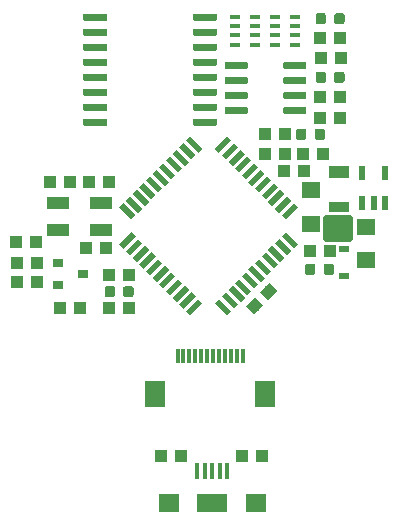
<source format=gbr>
G04 #@! TF.GenerationSoftware,KiCad,Pcbnew,(5.1.4)-1*
G04 #@! TF.CreationDate,2020-08-01T17:35:12+02:00*
G04 #@! TF.ProjectId,ArduinoProMicroUSB,41726475-696e-46f5-9072-6f4d6963726f,rev?*
G04 #@! TF.SameCoordinates,Original*
G04 #@! TF.FileFunction,Paste,Bot*
G04 #@! TF.FilePolarity,Positive*
%FSLAX46Y46*%
G04 Gerber Fmt 4.6, Leading zero omitted, Abs format (unit mm)*
G04 Created by KiCad (PCBNEW (5.1.4)-1) date 2020-08-01 17:35:12*
%MOMM*%
%LPD*%
G04 APERTURE LIST*
%ADD10C,0.508000*%
%ADD11C,0.100000*%
%ADD12C,0.600000*%
%ADD13R,0.828040X0.629920*%
%ADD14C,0.875000*%
%ADD15R,0.398780X1.399540*%
%ADD16R,1.798320X1.498600*%
%ADD17R,2.499360X1.498600*%
%ADD18R,1.099820X0.998220*%
%ADD19R,1.800000X2.200000*%
%ADD20R,0.300000X1.300000*%
%ADD21R,0.899160X0.797560*%
%ADD22R,0.900000X0.400000*%
%ADD23C,0.998220*%
%ADD24R,1.597660X1.399540*%
%ADD25R,1.770000X1.090000*%
%ADD26R,1.770000X0.940000*%
%ADD27R,0.548640X1.198880*%
%ADD28C,0.508000*%
%ADD29R,1.899920X1.099820*%
G04 APERTURE END LIST*
D10*
X182753000Y-59499500D02*
X182753000Y-57721500D01*
X180721000Y-59499500D02*
X180721000Y-57721500D01*
X182753000Y-59499500D02*
X180721000Y-59499500D01*
X182753000Y-59245500D02*
X180721000Y-59245500D01*
X182753000Y-58737500D02*
X180721000Y-58737500D01*
X182753000Y-58229500D02*
X180721000Y-58229500D01*
X182753000Y-57721500D02*
X180721000Y-57721500D01*
D11*
G36*
X162101703Y-49294222D02*
G01*
X162116264Y-49296382D01*
X162130543Y-49299959D01*
X162144403Y-49304918D01*
X162157710Y-49311212D01*
X162170336Y-49318780D01*
X162182159Y-49327548D01*
X162193066Y-49337434D01*
X162202952Y-49348341D01*
X162211720Y-49360164D01*
X162219288Y-49372790D01*
X162225582Y-49386097D01*
X162230541Y-49399957D01*
X162234118Y-49414236D01*
X162236278Y-49428797D01*
X162237000Y-49443500D01*
X162237000Y-49743500D01*
X162236278Y-49758203D01*
X162234118Y-49772764D01*
X162230541Y-49787043D01*
X162225582Y-49800903D01*
X162219288Y-49814210D01*
X162211720Y-49826836D01*
X162202952Y-49838659D01*
X162193066Y-49849566D01*
X162182159Y-49859452D01*
X162170336Y-49868220D01*
X162157710Y-49875788D01*
X162144403Y-49882082D01*
X162130543Y-49887041D01*
X162116264Y-49890618D01*
X162101703Y-49892778D01*
X162087000Y-49893500D01*
X160337000Y-49893500D01*
X160322297Y-49892778D01*
X160307736Y-49890618D01*
X160293457Y-49887041D01*
X160279597Y-49882082D01*
X160266290Y-49875788D01*
X160253664Y-49868220D01*
X160241841Y-49859452D01*
X160230934Y-49849566D01*
X160221048Y-49838659D01*
X160212280Y-49826836D01*
X160204712Y-49814210D01*
X160198418Y-49800903D01*
X160193459Y-49787043D01*
X160189882Y-49772764D01*
X160187722Y-49758203D01*
X160187000Y-49743500D01*
X160187000Y-49443500D01*
X160187722Y-49428797D01*
X160189882Y-49414236D01*
X160193459Y-49399957D01*
X160198418Y-49386097D01*
X160204712Y-49372790D01*
X160212280Y-49360164D01*
X160221048Y-49348341D01*
X160230934Y-49337434D01*
X160241841Y-49327548D01*
X160253664Y-49318780D01*
X160266290Y-49311212D01*
X160279597Y-49304918D01*
X160293457Y-49299959D01*
X160307736Y-49296382D01*
X160322297Y-49294222D01*
X160337000Y-49293500D01*
X162087000Y-49293500D01*
X162101703Y-49294222D01*
X162101703Y-49294222D01*
G37*
D12*
X161212000Y-49593500D03*
D11*
G36*
X162101703Y-48024222D02*
G01*
X162116264Y-48026382D01*
X162130543Y-48029959D01*
X162144403Y-48034918D01*
X162157710Y-48041212D01*
X162170336Y-48048780D01*
X162182159Y-48057548D01*
X162193066Y-48067434D01*
X162202952Y-48078341D01*
X162211720Y-48090164D01*
X162219288Y-48102790D01*
X162225582Y-48116097D01*
X162230541Y-48129957D01*
X162234118Y-48144236D01*
X162236278Y-48158797D01*
X162237000Y-48173500D01*
X162237000Y-48473500D01*
X162236278Y-48488203D01*
X162234118Y-48502764D01*
X162230541Y-48517043D01*
X162225582Y-48530903D01*
X162219288Y-48544210D01*
X162211720Y-48556836D01*
X162202952Y-48568659D01*
X162193066Y-48579566D01*
X162182159Y-48589452D01*
X162170336Y-48598220D01*
X162157710Y-48605788D01*
X162144403Y-48612082D01*
X162130543Y-48617041D01*
X162116264Y-48620618D01*
X162101703Y-48622778D01*
X162087000Y-48623500D01*
X160337000Y-48623500D01*
X160322297Y-48622778D01*
X160307736Y-48620618D01*
X160293457Y-48617041D01*
X160279597Y-48612082D01*
X160266290Y-48605788D01*
X160253664Y-48598220D01*
X160241841Y-48589452D01*
X160230934Y-48579566D01*
X160221048Y-48568659D01*
X160212280Y-48556836D01*
X160204712Y-48544210D01*
X160198418Y-48530903D01*
X160193459Y-48517043D01*
X160189882Y-48502764D01*
X160187722Y-48488203D01*
X160187000Y-48473500D01*
X160187000Y-48173500D01*
X160187722Y-48158797D01*
X160189882Y-48144236D01*
X160193459Y-48129957D01*
X160198418Y-48116097D01*
X160204712Y-48102790D01*
X160212280Y-48090164D01*
X160221048Y-48078341D01*
X160230934Y-48067434D01*
X160241841Y-48057548D01*
X160253664Y-48048780D01*
X160266290Y-48041212D01*
X160279597Y-48034918D01*
X160293457Y-48029959D01*
X160307736Y-48026382D01*
X160322297Y-48024222D01*
X160337000Y-48023500D01*
X162087000Y-48023500D01*
X162101703Y-48024222D01*
X162101703Y-48024222D01*
G37*
D12*
X161212000Y-48323500D03*
D11*
G36*
X162101703Y-46754222D02*
G01*
X162116264Y-46756382D01*
X162130543Y-46759959D01*
X162144403Y-46764918D01*
X162157710Y-46771212D01*
X162170336Y-46778780D01*
X162182159Y-46787548D01*
X162193066Y-46797434D01*
X162202952Y-46808341D01*
X162211720Y-46820164D01*
X162219288Y-46832790D01*
X162225582Y-46846097D01*
X162230541Y-46859957D01*
X162234118Y-46874236D01*
X162236278Y-46888797D01*
X162237000Y-46903500D01*
X162237000Y-47203500D01*
X162236278Y-47218203D01*
X162234118Y-47232764D01*
X162230541Y-47247043D01*
X162225582Y-47260903D01*
X162219288Y-47274210D01*
X162211720Y-47286836D01*
X162202952Y-47298659D01*
X162193066Y-47309566D01*
X162182159Y-47319452D01*
X162170336Y-47328220D01*
X162157710Y-47335788D01*
X162144403Y-47342082D01*
X162130543Y-47347041D01*
X162116264Y-47350618D01*
X162101703Y-47352778D01*
X162087000Y-47353500D01*
X160337000Y-47353500D01*
X160322297Y-47352778D01*
X160307736Y-47350618D01*
X160293457Y-47347041D01*
X160279597Y-47342082D01*
X160266290Y-47335788D01*
X160253664Y-47328220D01*
X160241841Y-47319452D01*
X160230934Y-47309566D01*
X160221048Y-47298659D01*
X160212280Y-47286836D01*
X160204712Y-47274210D01*
X160198418Y-47260903D01*
X160193459Y-47247043D01*
X160189882Y-47232764D01*
X160187722Y-47218203D01*
X160187000Y-47203500D01*
X160187000Y-46903500D01*
X160187722Y-46888797D01*
X160189882Y-46874236D01*
X160193459Y-46859957D01*
X160198418Y-46846097D01*
X160204712Y-46832790D01*
X160212280Y-46820164D01*
X160221048Y-46808341D01*
X160230934Y-46797434D01*
X160241841Y-46787548D01*
X160253664Y-46778780D01*
X160266290Y-46771212D01*
X160279597Y-46764918D01*
X160293457Y-46759959D01*
X160307736Y-46756382D01*
X160322297Y-46754222D01*
X160337000Y-46753500D01*
X162087000Y-46753500D01*
X162101703Y-46754222D01*
X162101703Y-46754222D01*
G37*
D12*
X161212000Y-47053500D03*
D11*
G36*
X162101703Y-45484222D02*
G01*
X162116264Y-45486382D01*
X162130543Y-45489959D01*
X162144403Y-45494918D01*
X162157710Y-45501212D01*
X162170336Y-45508780D01*
X162182159Y-45517548D01*
X162193066Y-45527434D01*
X162202952Y-45538341D01*
X162211720Y-45550164D01*
X162219288Y-45562790D01*
X162225582Y-45576097D01*
X162230541Y-45589957D01*
X162234118Y-45604236D01*
X162236278Y-45618797D01*
X162237000Y-45633500D01*
X162237000Y-45933500D01*
X162236278Y-45948203D01*
X162234118Y-45962764D01*
X162230541Y-45977043D01*
X162225582Y-45990903D01*
X162219288Y-46004210D01*
X162211720Y-46016836D01*
X162202952Y-46028659D01*
X162193066Y-46039566D01*
X162182159Y-46049452D01*
X162170336Y-46058220D01*
X162157710Y-46065788D01*
X162144403Y-46072082D01*
X162130543Y-46077041D01*
X162116264Y-46080618D01*
X162101703Y-46082778D01*
X162087000Y-46083500D01*
X160337000Y-46083500D01*
X160322297Y-46082778D01*
X160307736Y-46080618D01*
X160293457Y-46077041D01*
X160279597Y-46072082D01*
X160266290Y-46065788D01*
X160253664Y-46058220D01*
X160241841Y-46049452D01*
X160230934Y-46039566D01*
X160221048Y-46028659D01*
X160212280Y-46016836D01*
X160204712Y-46004210D01*
X160198418Y-45990903D01*
X160193459Y-45977043D01*
X160189882Y-45962764D01*
X160187722Y-45948203D01*
X160187000Y-45933500D01*
X160187000Y-45633500D01*
X160187722Y-45618797D01*
X160189882Y-45604236D01*
X160193459Y-45589957D01*
X160198418Y-45576097D01*
X160204712Y-45562790D01*
X160212280Y-45550164D01*
X160221048Y-45538341D01*
X160230934Y-45527434D01*
X160241841Y-45517548D01*
X160253664Y-45508780D01*
X160266290Y-45501212D01*
X160279597Y-45494918D01*
X160293457Y-45489959D01*
X160307736Y-45486382D01*
X160322297Y-45484222D01*
X160337000Y-45483500D01*
X162087000Y-45483500D01*
X162101703Y-45484222D01*
X162101703Y-45484222D01*
G37*
D12*
X161212000Y-45783500D03*
D11*
G36*
X162101703Y-44214222D02*
G01*
X162116264Y-44216382D01*
X162130543Y-44219959D01*
X162144403Y-44224918D01*
X162157710Y-44231212D01*
X162170336Y-44238780D01*
X162182159Y-44247548D01*
X162193066Y-44257434D01*
X162202952Y-44268341D01*
X162211720Y-44280164D01*
X162219288Y-44292790D01*
X162225582Y-44306097D01*
X162230541Y-44319957D01*
X162234118Y-44334236D01*
X162236278Y-44348797D01*
X162237000Y-44363500D01*
X162237000Y-44663500D01*
X162236278Y-44678203D01*
X162234118Y-44692764D01*
X162230541Y-44707043D01*
X162225582Y-44720903D01*
X162219288Y-44734210D01*
X162211720Y-44746836D01*
X162202952Y-44758659D01*
X162193066Y-44769566D01*
X162182159Y-44779452D01*
X162170336Y-44788220D01*
X162157710Y-44795788D01*
X162144403Y-44802082D01*
X162130543Y-44807041D01*
X162116264Y-44810618D01*
X162101703Y-44812778D01*
X162087000Y-44813500D01*
X160337000Y-44813500D01*
X160322297Y-44812778D01*
X160307736Y-44810618D01*
X160293457Y-44807041D01*
X160279597Y-44802082D01*
X160266290Y-44795788D01*
X160253664Y-44788220D01*
X160241841Y-44779452D01*
X160230934Y-44769566D01*
X160221048Y-44758659D01*
X160212280Y-44746836D01*
X160204712Y-44734210D01*
X160198418Y-44720903D01*
X160193459Y-44707043D01*
X160189882Y-44692764D01*
X160187722Y-44678203D01*
X160187000Y-44663500D01*
X160187000Y-44363500D01*
X160187722Y-44348797D01*
X160189882Y-44334236D01*
X160193459Y-44319957D01*
X160198418Y-44306097D01*
X160204712Y-44292790D01*
X160212280Y-44280164D01*
X160221048Y-44268341D01*
X160230934Y-44257434D01*
X160241841Y-44247548D01*
X160253664Y-44238780D01*
X160266290Y-44231212D01*
X160279597Y-44224918D01*
X160293457Y-44219959D01*
X160307736Y-44216382D01*
X160322297Y-44214222D01*
X160337000Y-44213500D01*
X162087000Y-44213500D01*
X162101703Y-44214222D01*
X162101703Y-44214222D01*
G37*
D12*
X161212000Y-44513500D03*
D11*
G36*
X162101703Y-42944222D02*
G01*
X162116264Y-42946382D01*
X162130543Y-42949959D01*
X162144403Y-42954918D01*
X162157710Y-42961212D01*
X162170336Y-42968780D01*
X162182159Y-42977548D01*
X162193066Y-42987434D01*
X162202952Y-42998341D01*
X162211720Y-43010164D01*
X162219288Y-43022790D01*
X162225582Y-43036097D01*
X162230541Y-43049957D01*
X162234118Y-43064236D01*
X162236278Y-43078797D01*
X162237000Y-43093500D01*
X162237000Y-43393500D01*
X162236278Y-43408203D01*
X162234118Y-43422764D01*
X162230541Y-43437043D01*
X162225582Y-43450903D01*
X162219288Y-43464210D01*
X162211720Y-43476836D01*
X162202952Y-43488659D01*
X162193066Y-43499566D01*
X162182159Y-43509452D01*
X162170336Y-43518220D01*
X162157710Y-43525788D01*
X162144403Y-43532082D01*
X162130543Y-43537041D01*
X162116264Y-43540618D01*
X162101703Y-43542778D01*
X162087000Y-43543500D01*
X160337000Y-43543500D01*
X160322297Y-43542778D01*
X160307736Y-43540618D01*
X160293457Y-43537041D01*
X160279597Y-43532082D01*
X160266290Y-43525788D01*
X160253664Y-43518220D01*
X160241841Y-43509452D01*
X160230934Y-43499566D01*
X160221048Y-43488659D01*
X160212280Y-43476836D01*
X160204712Y-43464210D01*
X160198418Y-43450903D01*
X160193459Y-43437043D01*
X160189882Y-43422764D01*
X160187722Y-43408203D01*
X160187000Y-43393500D01*
X160187000Y-43093500D01*
X160187722Y-43078797D01*
X160189882Y-43064236D01*
X160193459Y-43049957D01*
X160198418Y-43036097D01*
X160204712Y-43022790D01*
X160212280Y-43010164D01*
X160221048Y-42998341D01*
X160230934Y-42987434D01*
X160241841Y-42977548D01*
X160253664Y-42968780D01*
X160266290Y-42961212D01*
X160279597Y-42954918D01*
X160293457Y-42949959D01*
X160307736Y-42946382D01*
X160322297Y-42944222D01*
X160337000Y-42943500D01*
X162087000Y-42943500D01*
X162101703Y-42944222D01*
X162101703Y-42944222D01*
G37*
D12*
X161212000Y-43243500D03*
D11*
G36*
X162101703Y-41674222D02*
G01*
X162116264Y-41676382D01*
X162130543Y-41679959D01*
X162144403Y-41684918D01*
X162157710Y-41691212D01*
X162170336Y-41698780D01*
X162182159Y-41707548D01*
X162193066Y-41717434D01*
X162202952Y-41728341D01*
X162211720Y-41740164D01*
X162219288Y-41752790D01*
X162225582Y-41766097D01*
X162230541Y-41779957D01*
X162234118Y-41794236D01*
X162236278Y-41808797D01*
X162237000Y-41823500D01*
X162237000Y-42123500D01*
X162236278Y-42138203D01*
X162234118Y-42152764D01*
X162230541Y-42167043D01*
X162225582Y-42180903D01*
X162219288Y-42194210D01*
X162211720Y-42206836D01*
X162202952Y-42218659D01*
X162193066Y-42229566D01*
X162182159Y-42239452D01*
X162170336Y-42248220D01*
X162157710Y-42255788D01*
X162144403Y-42262082D01*
X162130543Y-42267041D01*
X162116264Y-42270618D01*
X162101703Y-42272778D01*
X162087000Y-42273500D01*
X160337000Y-42273500D01*
X160322297Y-42272778D01*
X160307736Y-42270618D01*
X160293457Y-42267041D01*
X160279597Y-42262082D01*
X160266290Y-42255788D01*
X160253664Y-42248220D01*
X160241841Y-42239452D01*
X160230934Y-42229566D01*
X160221048Y-42218659D01*
X160212280Y-42206836D01*
X160204712Y-42194210D01*
X160198418Y-42180903D01*
X160193459Y-42167043D01*
X160189882Y-42152764D01*
X160187722Y-42138203D01*
X160187000Y-42123500D01*
X160187000Y-41823500D01*
X160187722Y-41808797D01*
X160189882Y-41794236D01*
X160193459Y-41779957D01*
X160198418Y-41766097D01*
X160204712Y-41752790D01*
X160212280Y-41740164D01*
X160221048Y-41728341D01*
X160230934Y-41717434D01*
X160241841Y-41707548D01*
X160253664Y-41698780D01*
X160266290Y-41691212D01*
X160279597Y-41684918D01*
X160293457Y-41679959D01*
X160307736Y-41676382D01*
X160322297Y-41674222D01*
X160337000Y-41673500D01*
X162087000Y-41673500D01*
X162101703Y-41674222D01*
X162101703Y-41674222D01*
G37*
D12*
X161212000Y-41973500D03*
D11*
G36*
X162101703Y-40404222D02*
G01*
X162116264Y-40406382D01*
X162130543Y-40409959D01*
X162144403Y-40414918D01*
X162157710Y-40421212D01*
X162170336Y-40428780D01*
X162182159Y-40437548D01*
X162193066Y-40447434D01*
X162202952Y-40458341D01*
X162211720Y-40470164D01*
X162219288Y-40482790D01*
X162225582Y-40496097D01*
X162230541Y-40509957D01*
X162234118Y-40524236D01*
X162236278Y-40538797D01*
X162237000Y-40553500D01*
X162237000Y-40853500D01*
X162236278Y-40868203D01*
X162234118Y-40882764D01*
X162230541Y-40897043D01*
X162225582Y-40910903D01*
X162219288Y-40924210D01*
X162211720Y-40936836D01*
X162202952Y-40948659D01*
X162193066Y-40959566D01*
X162182159Y-40969452D01*
X162170336Y-40978220D01*
X162157710Y-40985788D01*
X162144403Y-40992082D01*
X162130543Y-40997041D01*
X162116264Y-41000618D01*
X162101703Y-41002778D01*
X162087000Y-41003500D01*
X160337000Y-41003500D01*
X160322297Y-41002778D01*
X160307736Y-41000618D01*
X160293457Y-40997041D01*
X160279597Y-40992082D01*
X160266290Y-40985788D01*
X160253664Y-40978220D01*
X160241841Y-40969452D01*
X160230934Y-40959566D01*
X160221048Y-40948659D01*
X160212280Y-40936836D01*
X160204712Y-40924210D01*
X160198418Y-40910903D01*
X160193459Y-40897043D01*
X160189882Y-40882764D01*
X160187722Y-40868203D01*
X160187000Y-40853500D01*
X160187000Y-40553500D01*
X160187722Y-40538797D01*
X160189882Y-40524236D01*
X160193459Y-40509957D01*
X160198418Y-40496097D01*
X160204712Y-40482790D01*
X160212280Y-40470164D01*
X160221048Y-40458341D01*
X160230934Y-40447434D01*
X160241841Y-40437548D01*
X160253664Y-40428780D01*
X160266290Y-40421212D01*
X160279597Y-40414918D01*
X160293457Y-40409959D01*
X160307736Y-40406382D01*
X160322297Y-40404222D01*
X160337000Y-40403500D01*
X162087000Y-40403500D01*
X162101703Y-40404222D01*
X162101703Y-40404222D01*
G37*
D12*
X161212000Y-40703500D03*
D11*
G36*
X171401703Y-40404222D02*
G01*
X171416264Y-40406382D01*
X171430543Y-40409959D01*
X171444403Y-40414918D01*
X171457710Y-40421212D01*
X171470336Y-40428780D01*
X171482159Y-40437548D01*
X171493066Y-40447434D01*
X171502952Y-40458341D01*
X171511720Y-40470164D01*
X171519288Y-40482790D01*
X171525582Y-40496097D01*
X171530541Y-40509957D01*
X171534118Y-40524236D01*
X171536278Y-40538797D01*
X171537000Y-40553500D01*
X171537000Y-40853500D01*
X171536278Y-40868203D01*
X171534118Y-40882764D01*
X171530541Y-40897043D01*
X171525582Y-40910903D01*
X171519288Y-40924210D01*
X171511720Y-40936836D01*
X171502952Y-40948659D01*
X171493066Y-40959566D01*
X171482159Y-40969452D01*
X171470336Y-40978220D01*
X171457710Y-40985788D01*
X171444403Y-40992082D01*
X171430543Y-40997041D01*
X171416264Y-41000618D01*
X171401703Y-41002778D01*
X171387000Y-41003500D01*
X169637000Y-41003500D01*
X169622297Y-41002778D01*
X169607736Y-41000618D01*
X169593457Y-40997041D01*
X169579597Y-40992082D01*
X169566290Y-40985788D01*
X169553664Y-40978220D01*
X169541841Y-40969452D01*
X169530934Y-40959566D01*
X169521048Y-40948659D01*
X169512280Y-40936836D01*
X169504712Y-40924210D01*
X169498418Y-40910903D01*
X169493459Y-40897043D01*
X169489882Y-40882764D01*
X169487722Y-40868203D01*
X169487000Y-40853500D01*
X169487000Y-40553500D01*
X169487722Y-40538797D01*
X169489882Y-40524236D01*
X169493459Y-40509957D01*
X169498418Y-40496097D01*
X169504712Y-40482790D01*
X169512280Y-40470164D01*
X169521048Y-40458341D01*
X169530934Y-40447434D01*
X169541841Y-40437548D01*
X169553664Y-40428780D01*
X169566290Y-40421212D01*
X169579597Y-40414918D01*
X169593457Y-40409959D01*
X169607736Y-40406382D01*
X169622297Y-40404222D01*
X169637000Y-40403500D01*
X171387000Y-40403500D01*
X171401703Y-40404222D01*
X171401703Y-40404222D01*
G37*
D12*
X170512000Y-40703500D03*
D11*
G36*
X171401703Y-41674222D02*
G01*
X171416264Y-41676382D01*
X171430543Y-41679959D01*
X171444403Y-41684918D01*
X171457710Y-41691212D01*
X171470336Y-41698780D01*
X171482159Y-41707548D01*
X171493066Y-41717434D01*
X171502952Y-41728341D01*
X171511720Y-41740164D01*
X171519288Y-41752790D01*
X171525582Y-41766097D01*
X171530541Y-41779957D01*
X171534118Y-41794236D01*
X171536278Y-41808797D01*
X171537000Y-41823500D01*
X171537000Y-42123500D01*
X171536278Y-42138203D01*
X171534118Y-42152764D01*
X171530541Y-42167043D01*
X171525582Y-42180903D01*
X171519288Y-42194210D01*
X171511720Y-42206836D01*
X171502952Y-42218659D01*
X171493066Y-42229566D01*
X171482159Y-42239452D01*
X171470336Y-42248220D01*
X171457710Y-42255788D01*
X171444403Y-42262082D01*
X171430543Y-42267041D01*
X171416264Y-42270618D01*
X171401703Y-42272778D01*
X171387000Y-42273500D01*
X169637000Y-42273500D01*
X169622297Y-42272778D01*
X169607736Y-42270618D01*
X169593457Y-42267041D01*
X169579597Y-42262082D01*
X169566290Y-42255788D01*
X169553664Y-42248220D01*
X169541841Y-42239452D01*
X169530934Y-42229566D01*
X169521048Y-42218659D01*
X169512280Y-42206836D01*
X169504712Y-42194210D01*
X169498418Y-42180903D01*
X169493459Y-42167043D01*
X169489882Y-42152764D01*
X169487722Y-42138203D01*
X169487000Y-42123500D01*
X169487000Y-41823500D01*
X169487722Y-41808797D01*
X169489882Y-41794236D01*
X169493459Y-41779957D01*
X169498418Y-41766097D01*
X169504712Y-41752790D01*
X169512280Y-41740164D01*
X169521048Y-41728341D01*
X169530934Y-41717434D01*
X169541841Y-41707548D01*
X169553664Y-41698780D01*
X169566290Y-41691212D01*
X169579597Y-41684918D01*
X169593457Y-41679959D01*
X169607736Y-41676382D01*
X169622297Y-41674222D01*
X169637000Y-41673500D01*
X171387000Y-41673500D01*
X171401703Y-41674222D01*
X171401703Y-41674222D01*
G37*
D12*
X170512000Y-41973500D03*
D11*
G36*
X171401703Y-42944222D02*
G01*
X171416264Y-42946382D01*
X171430543Y-42949959D01*
X171444403Y-42954918D01*
X171457710Y-42961212D01*
X171470336Y-42968780D01*
X171482159Y-42977548D01*
X171493066Y-42987434D01*
X171502952Y-42998341D01*
X171511720Y-43010164D01*
X171519288Y-43022790D01*
X171525582Y-43036097D01*
X171530541Y-43049957D01*
X171534118Y-43064236D01*
X171536278Y-43078797D01*
X171537000Y-43093500D01*
X171537000Y-43393500D01*
X171536278Y-43408203D01*
X171534118Y-43422764D01*
X171530541Y-43437043D01*
X171525582Y-43450903D01*
X171519288Y-43464210D01*
X171511720Y-43476836D01*
X171502952Y-43488659D01*
X171493066Y-43499566D01*
X171482159Y-43509452D01*
X171470336Y-43518220D01*
X171457710Y-43525788D01*
X171444403Y-43532082D01*
X171430543Y-43537041D01*
X171416264Y-43540618D01*
X171401703Y-43542778D01*
X171387000Y-43543500D01*
X169637000Y-43543500D01*
X169622297Y-43542778D01*
X169607736Y-43540618D01*
X169593457Y-43537041D01*
X169579597Y-43532082D01*
X169566290Y-43525788D01*
X169553664Y-43518220D01*
X169541841Y-43509452D01*
X169530934Y-43499566D01*
X169521048Y-43488659D01*
X169512280Y-43476836D01*
X169504712Y-43464210D01*
X169498418Y-43450903D01*
X169493459Y-43437043D01*
X169489882Y-43422764D01*
X169487722Y-43408203D01*
X169487000Y-43393500D01*
X169487000Y-43093500D01*
X169487722Y-43078797D01*
X169489882Y-43064236D01*
X169493459Y-43049957D01*
X169498418Y-43036097D01*
X169504712Y-43022790D01*
X169512280Y-43010164D01*
X169521048Y-42998341D01*
X169530934Y-42987434D01*
X169541841Y-42977548D01*
X169553664Y-42968780D01*
X169566290Y-42961212D01*
X169579597Y-42954918D01*
X169593457Y-42949959D01*
X169607736Y-42946382D01*
X169622297Y-42944222D01*
X169637000Y-42943500D01*
X171387000Y-42943500D01*
X171401703Y-42944222D01*
X171401703Y-42944222D01*
G37*
D12*
X170512000Y-43243500D03*
D11*
G36*
X171401703Y-44214222D02*
G01*
X171416264Y-44216382D01*
X171430543Y-44219959D01*
X171444403Y-44224918D01*
X171457710Y-44231212D01*
X171470336Y-44238780D01*
X171482159Y-44247548D01*
X171493066Y-44257434D01*
X171502952Y-44268341D01*
X171511720Y-44280164D01*
X171519288Y-44292790D01*
X171525582Y-44306097D01*
X171530541Y-44319957D01*
X171534118Y-44334236D01*
X171536278Y-44348797D01*
X171537000Y-44363500D01*
X171537000Y-44663500D01*
X171536278Y-44678203D01*
X171534118Y-44692764D01*
X171530541Y-44707043D01*
X171525582Y-44720903D01*
X171519288Y-44734210D01*
X171511720Y-44746836D01*
X171502952Y-44758659D01*
X171493066Y-44769566D01*
X171482159Y-44779452D01*
X171470336Y-44788220D01*
X171457710Y-44795788D01*
X171444403Y-44802082D01*
X171430543Y-44807041D01*
X171416264Y-44810618D01*
X171401703Y-44812778D01*
X171387000Y-44813500D01*
X169637000Y-44813500D01*
X169622297Y-44812778D01*
X169607736Y-44810618D01*
X169593457Y-44807041D01*
X169579597Y-44802082D01*
X169566290Y-44795788D01*
X169553664Y-44788220D01*
X169541841Y-44779452D01*
X169530934Y-44769566D01*
X169521048Y-44758659D01*
X169512280Y-44746836D01*
X169504712Y-44734210D01*
X169498418Y-44720903D01*
X169493459Y-44707043D01*
X169489882Y-44692764D01*
X169487722Y-44678203D01*
X169487000Y-44663500D01*
X169487000Y-44363500D01*
X169487722Y-44348797D01*
X169489882Y-44334236D01*
X169493459Y-44319957D01*
X169498418Y-44306097D01*
X169504712Y-44292790D01*
X169512280Y-44280164D01*
X169521048Y-44268341D01*
X169530934Y-44257434D01*
X169541841Y-44247548D01*
X169553664Y-44238780D01*
X169566290Y-44231212D01*
X169579597Y-44224918D01*
X169593457Y-44219959D01*
X169607736Y-44216382D01*
X169622297Y-44214222D01*
X169637000Y-44213500D01*
X171387000Y-44213500D01*
X171401703Y-44214222D01*
X171401703Y-44214222D01*
G37*
D12*
X170512000Y-44513500D03*
D11*
G36*
X171401703Y-45484222D02*
G01*
X171416264Y-45486382D01*
X171430543Y-45489959D01*
X171444403Y-45494918D01*
X171457710Y-45501212D01*
X171470336Y-45508780D01*
X171482159Y-45517548D01*
X171493066Y-45527434D01*
X171502952Y-45538341D01*
X171511720Y-45550164D01*
X171519288Y-45562790D01*
X171525582Y-45576097D01*
X171530541Y-45589957D01*
X171534118Y-45604236D01*
X171536278Y-45618797D01*
X171537000Y-45633500D01*
X171537000Y-45933500D01*
X171536278Y-45948203D01*
X171534118Y-45962764D01*
X171530541Y-45977043D01*
X171525582Y-45990903D01*
X171519288Y-46004210D01*
X171511720Y-46016836D01*
X171502952Y-46028659D01*
X171493066Y-46039566D01*
X171482159Y-46049452D01*
X171470336Y-46058220D01*
X171457710Y-46065788D01*
X171444403Y-46072082D01*
X171430543Y-46077041D01*
X171416264Y-46080618D01*
X171401703Y-46082778D01*
X171387000Y-46083500D01*
X169637000Y-46083500D01*
X169622297Y-46082778D01*
X169607736Y-46080618D01*
X169593457Y-46077041D01*
X169579597Y-46072082D01*
X169566290Y-46065788D01*
X169553664Y-46058220D01*
X169541841Y-46049452D01*
X169530934Y-46039566D01*
X169521048Y-46028659D01*
X169512280Y-46016836D01*
X169504712Y-46004210D01*
X169498418Y-45990903D01*
X169493459Y-45977043D01*
X169489882Y-45962764D01*
X169487722Y-45948203D01*
X169487000Y-45933500D01*
X169487000Y-45633500D01*
X169487722Y-45618797D01*
X169489882Y-45604236D01*
X169493459Y-45589957D01*
X169498418Y-45576097D01*
X169504712Y-45562790D01*
X169512280Y-45550164D01*
X169521048Y-45538341D01*
X169530934Y-45527434D01*
X169541841Y-45517548D01*
X169553664Y-45508780D01*
X169566290Y-45501212D01*
X169579597Y-45494918D01*
X169593457Y-45489959D01*
X169607736Y-45486382D01*
X169622297Y-45484222D01*
X169637000Y-45483500D01*
X171387000Y-45483500D01*
X171401703Y-45484222D01*
X171401703Y-45484222D01*
G37*
D12*
X170512000Y-45783500D03*
D11*
G36*
X171401703Y-46754222D02*
G01*
X171416264Y-46756382D01*
X171430543Y-46759959D01*
X171444403Y-46764918D01*
X171457710Y-46771212D01*
X171470336Y-46778780D01*
X171482159Y-46787548D01*
X171493066Y-46797434D01*
X171502952Y-46808341D01*
X171511720Y-46820164D01*
X171519288Y-46832790D01*
X171525582Y-46846097D01*
X171530541Y-46859957D01*
X171534118Y-46874236D01*
X171536278Y-46888797D01*
X171537000Y-46903500D01*
X171537000Y-47203500D01*
X171536278Y-47218203D01*
X171534118Y-47232764D01*
X171530541Y-47247043D01*
X171525582Y-47260903D01*
X171519288Y-47274210D01*
X171511720Y-47286836D01*
X171502952Y-47298659D01*
X171493066Y-47309566D01*
X171482159Y-47319452D01*
X171470336Y-47328220D01*
X171457710Y-47335788D01*
X171444403Y-47342082D01*
X171430543Y-47347041D01*
X171416264Y-47350618D01*
X171401703Y-47352778D01*
X171387000Y-47353500D01*
X169637000Y-47353500D01*
X169622297Y-47352778D01*
X169607736Y-47350618D01*
X169593457Y-47347041D01*
X169579597Y-47342082D01*
X169566290Y-47335788D01*
X169553664Y-47328220D01*
X169541841Y-47319452D01*
X169530934Y-47309566D01*
X169521048Y-47298659D01*
X169512280Y-47286836D01*
X169504712Y-47274210D01*
X169498418Y-47260903D01*
X169493459Y-47247043D01*
X169489882Y-47232764D01*
X169487722Y-47218203D01*
X169487000Y-47203500D01*
X169487000Y-46903500D01*
X169487722Y-46888797D01*
X169489882Y-46874236D01*
X169493459Y-46859957D01*
X169498418Y-46846097D01*
X169504712Y-46832790D01*
X169512280Y-46820164D01*
X169521048Y-46808341D01*
X169530934Y-46797434D01*
X169541841Y-46787548D01*
X169553664Y-46778780D01*
X169566290Y-46771212D01*
X169579597Y-46764918D01*
X169593457Y-46759959D01*
X169607736Y-46756382D01*
X169622297Y-46754222D01*
X169637000Y-46753500D01*
X171387000Y-46753500D01*
X171401703Y-46754222D01*
X171401703Y-46754222D01*
G37*
D12*
X170512000Y-47053500D03*
D11*
G36*
X171401703Y-48024222D02*
G01*
X171416264Y-48026382D01*
X171430543Y-48029959D01*
X171444403Y-48034918D01*
X171457710Y-48041212D01*
X171470336Y-48048780D01*
X171482159Y-48057548D01*
X171493066Y-48067434D01*
X171502952Y-48078341D01*
X171511720Y-48090164D01*
X171519288Y-48102790D01*
X171525582Y-48116097D01*
X171530541Y-48129957D01*
X171534118Y-48144236D01*
X171536278Y-48158797D01*
X171537000Y-48173500D01*
X171537000Y-48473500D01*
X171536278Y-48488203D01*
X171534118Y-48502764D01*
X171530541Y-48517043D01*
X171525582Y-48530903D01*
X171519288Y-48544210D01*
X171511720Y-48556836D01*
X171502952Y-48568659D01*
X171493066Y-48579566D01*
X171482159Y-48589452D01*
X171470336Y-48598220D01*
X171457710Y-48605788D01*
X171444403Y-48612082D01*
X171430543Y-48617041D01*
X171416264Y-48620618D01*
X171401703Y-48622778D01*
X171387000Y-48623500D01*
X169637000Y-48623500D01*
X169622297Y-48622778D01*
X169607736Y-48620618D01*
X169593457Y-48617041D01*
X169579597Y-48612082D01*
X169566290Y-48605788D01*
X169553664Y-48598220D01*
X169541841Y-48589452D01*
X169530934Y-48579566D01*
X169521048Y-48568659D01*
X169512280Y-48556836D01*
X169504712Y-48544210D01*
X169498418Y-48530903D01*
X169493459Y-48517043D01*
X169489882Y-48502764D01*
X169487722Y-48488203D01*
X169487000Y-48473500D01*
X169487000Y-48173500D01*
X169487722Y-48158797D01*
X169489882Y-48144236D01*
X169493459Y-48129957D01*
X169498418Y-48116097D01*
X169504712Y-48102790D01*
X169512280Y-48090164D01*
X169521048Y-48078341D01*
X169530934Y-48067434D01*
X169541841Y-48057548D01*
X169553664Y-48048780D01*
X169566290Y-48041212D01*
X169579597Y-48034918D01*
X169593457Y-48029959D01*
X169607736Y-48026382D01*
X169622297Y-48024222D01*
X169637000Y-48023500D01*
X171387000Y-48023500D01*
X171401703Y-48024222D01*
X171401703Y-48024222D01*
G37*
D12*
X170512000Y-48323500D03*
D11*
G36*
X171401703Y-49294222D02*
G01*
X171416264Y-49296382D01*
X171430543Y-49299959D01*
X171444403Y-49304918D01*
X171457710Y-49311212D01*
X171470336Y-49318780D01*
X171482159Y-49327548D01*
X171493066Y-49337434D01*
X171502952Y-49348341D01*
X171511720Y-49360164D01*
X171519288Y-49372790D01*
X171525582Y-49386097D01*
X171530541Y-49399957D01*
X171534118Y-49414236D01*
X171536278Y-49428797D01*
X171537000Y-49443500D01*
X171537000Y-49743500D01*
X171536278Y-49758203D01*
X171534118Y-49772764D01*
X171530541Y-49787043D01*
X171525582Y-49800903D01*
X171519288Y-49814210D01*
X171511720Y-49826836D01*
X171502952Y-49838659D01*
X171493066Y-49849566D01*
X171482159Y-49859452D01*
X171470336Y-49868220D01*
X171457710Y-49875788D01*
X171444403Y-49882082D01*
X171430543Y-49887041D01*
X171416264Y-49890618D01*
X171401703Y-49892778D01*
X171387000Y-49893500D01*
X169637000Y-49893500D01*
X169622297Y-49892778D01*
X169607736Y-49890618D01*
X169593457Y-49887041D01*
X169579597Y-49882082D01*
X169566290Y-49875788D01*
X169553664Y-49868220D01*
X169541841Y-49859452D01*
X169530934Y-49849566D01*
X169521048Y-49838659D01*
X169512280Y-49826836D01*
X169504712Y-49814210D01*
X169498418Y-49800903D01*
X169493459Y-49787043D01*
X169489882Y-49772764D01*
X169487722Y-49758203D01*
X169487000Y-49743500D01*
X169487000Y-49443500D01*
X169487722Y-49428797D01*
X169489882Y-49414236D01*
X169493459Y-49399957D01*
X169498418Y-49386097D01*
X169504712Y-49372790D01*
X169512280Y-49360164D01*
X169521048Y-49348341D01*
X169530934Y-49337434D01*
X169541841Y-49327548D01*
X169553664Y-49318780D01*
X169566290Y-49311212D01*
X169579597Y-49304918D01*
X169593457Y-49299959D01*
X169607736Y-49296382D01*
X169622297Y-49294222D01*
X169637000Y-49293500D01*
X171387000Y-49293500D01*
X171401703Y-49294222D01*
X171401703Y-49294222D01*
G37*
D12*
X170512000Y-49593500D03*
D13*
X182308500Y-60319920D03*
X182308500Y-62616080D03*
D11*
G36*
X179665691Y-61565553D02*
G01*
X179686926Y-61568703D01*
X179707750Y-61573919D01*
X179727962Y-61581151D01*
X179747368Y-61590330D01*
X179765781Y-61601366D01*
X179783024Y-61614154D01*
X179798930Y-61628570D01*
X179813346Y-61644476D01*
X179826134Y-61661719D01*
X179837170Y-61680132D01*
X179846349Y-61699538D01*
X179853581Y-61719750D01*
X179858797Y-61740574D01*
X179861947Y-61761809D01*
X179863000Y-61783250D01*
X179863000Y-62295750D01*
X179861947Y-62317191D01*
X179858797Y-62338426D01*
X179853581Y-62359250D01*
X179846349Y-62379462D01*
X179837170Y-62398868D01*
X179826134Y-62417281D01*
X179813346Y-62434524D01*
X179798930Y-62450430D01*
X179783024Y-62464846D01*
X179765781Y-62477634D01*
X179747368Y-62488670D01*
X179727962Y-62497849D01*
X179707750Y-62505081D01*
X179686926Y-62510297D01*
X179665691Y-62513447D01*
X179644250Y-62514500D01*
X179206750Y-62514500D01*
X179185309Y-62513447D01*
X179164074Y-62510297D01*
X179143250Y-62505081D01*
X179123038Y-62497849D01*
X179103632Y-62488670D01*
X179085219Y-62477634D01*
X179067976Y-62464846D01*
X179052070Y-62450430D01*
X179037654Y-62434524D01*
X179024866Y-62417281D01*
X179013830Y-62398868D01*
X179004651Y-62379462D01*
X178997419Y-62359250D01*
X178992203Y-62338426D01*
X178989053Y-62317191D01*
X178988000Y-62295750D01*
X178988000Y-61783250D01*
X178989053Y-61761809D01*
X178992203Y-61740574D01*
X178997419Y-61719750D01*
X179004651Y-61699538D01*
X179013830Y-61680132D01*
X179024866Y-61661719D01*
X179037654Y-61644476D01*
X179052070Y-61628570D01*
X179067976Y-61614154D01*
X179085219Y-61601366D01*
X179103632Y-61590330D01*
X179123038Y-61581151D01*
X179143250Y-61573919D01*
X179164074Y-61568703D01*
X179185309Y-61565553D01*
X179206750Y-61564500D01*
X179644250Y-61564500D01*
X179665691Y-61565553D01*
X179665691Y-61565553D01*
G37*
D14*
X179425500Y-62039500D03*
D11*
G36*
X181240691Y-61565553D02*
G01*
X181261926Y-61568703D01*
X181282750Y-61573919D01*
X181302962Y-61581151D01*
X181322368Y-61590330D01*
X181340781Y-61601366D01*
X181358024Y-61614154D01*
X181373930Y-61628570D01*
X181388346Y-61644476D01*
X181401134Y-61661719D01*
X181412170Y-61680132D01*
X181421349Y-61699538D01*
X181428581Y-61719750D01*
X181433797Y-61740574D01*
X181436947Y-61761809D01*
X181438000Y-61783250D01*
X181438000Y-62295750D01*
X181436947Y-62317191D01*
X181433797Y-62338426D01*
X181428581Y-62359250D01*
X181421349Y-62379462D01*
X181412170Y-62398868D01*
X181401134Y-62417281D01*
X181388346Y-62434524D01*
X181373930Y-62450430D01*
X181358024Y-62464846D01*
X181340781Y-62477634D01*
X181322368Y-62488670D01*
X181302962Y-62497849D01*
X181282750Y-62505081D01*
X181261926Y-62510297D01*
X181240691Y-62513447D01*
X181219250Y-62514500D01*
X180781750Y-62514500D01*
X180760309Y-62513447D01*
X180739074Y-62510297D01*
X180718250Y-62505081D01*
X180698038Y-62497849D01*
X180678632Y-62488670D01*
X180660219Y-62477634D01*
X180642976Y-62464846D01*
X180627070Y-62450430D01*
X180612654Y-62434524D01*
X180599866Y-62417281D01*
X180588830Y-62398868D01*
X180579651Y-62379462D01*
X180572419Y-62359250D01*
X180567203Y-62338426D01*
X180564053Y-62317191D01*
X180563000Y-62295750D01*
X180563000Y-61783250D01*
X180564053Y-61761809D01*
X180567203Y-61740574D01*
X180572419Y-61719750D01*
X180579651Y-61699538D01*
X180588830Y-61680132D01*
X180599866Y-61661719D01*
X180612654Y-61644476D01*
X180627070Y-61628570D01*
X180642976Y-61614154D01*
X180660219Y-61601366D01*
X180678632Y-61590330D01*
X180698038Y-61581151D01*
X180718250Y-61573919D01*
X180739074Y-61568703D01*
X180760309Y-61565553D01*
X180781750Y-61564500D01*
X181219250Y-61564500D01*
X181240691Y-61565553D01*
X181240691Y-61565553D01*
G37*
D14*
X181000500Y-62039500D03*
D11*
G36*
X178903691Y-50135553D02*
G01*
X178924926Y-50138703D01*
X178945750Y-50143919D01*
X178965962Y-50151151D01*
X178985368Y-50160330D01*
X179003781Y-50171366D01*
X179021024Y-50184154D01*
X179036930Y-50198570D01*
X179051346Y-50214476D01*
X179064134Y-50231719D01*
X179075170Y-50250132D01*
X179084349Y-50269538D01*
X179091581Y-50289750D01*
X179096797Y-50310574D01*
X179099947Y-50331809D01*
X179101000Y-50353250D01*
X179101000Y-50865750D01*
X179099947Y-50887191D01*
X179096797Y-50908426D01*
X179091581Y-50929250D01*
X179084349Y-50949462D01*
X179075170Y-50968868D01*
X179064134Y-50987281D01*
X179051346Y-51004524D01*
X179036930Y-51020430D01*
X179021024Y-51034846D01*
X179003781Y-51047634D01*
X178985368Y-51058670D01*
X178965962Y-51067849D01*
X178945750Y-51075081D01*
X178924926Y-51080297D01*
X178903691Y-51083447D01*
X178882250Y-51084500D01*
X178444750Y-51084500D01*
X178423309Y-51083447D01*
X178402074Y-51080297D01*
X178381250Y-51075081D01*
X178361038Y-51067849D01*
X178341632Y-51058670D01*
X178323219Y-51047634D01*
X178305976Y-51034846D01*
X178290070Y-51020430D01*
X178275654Y-51004524D01*
X178262866Y-50987281D01*
X178251830Y-50968868D01*
X178242651Y-50949462D01*
X178235419Y-50929250D01*
X178230203Y-50908426D01*
X178227053Y-50887191D01*
X178226000Y-50865750D01*
X178226000Y-50353250D01*
X178227053Y-50331809D01*
X178230203Y-50310574D01*
X178235419Y-50289750D01*
X178242651Y-50269538D01*
X178251830Y-50250132D01*
X178262866Y-50231719D01*
X178275654Y-50214476D01*
X178290070Y-50198570D01*
X178305976Y-50184154D01*
X178323219Y-50171366D01*
X178341632Y-50160330D01*
X178361038Y-50151151D01*
X178381250Y-50143919D01*
X178402074Y-50138703D01*
X178423309Y-50135553D01*
X178444750Y-50134500D01*
X178882250Y-50134500D01*
X178903691Y-50135553D01*
X178903691Y-50135553D01*
G37*
D14*
X178663500Y-50609500D03*
D11*
G36*
X180478691Y-50135553D02*
G01*
X180499926Y-50138703D01*
X180520750Y-50143919D01*
X180540962Y-50151151D01*
X180560368Y-50160330D01*
X180578781Y-50171366D01*
X180596024Y-50184154D01*
X180611930Y-50198570D01*
X180626346Y-50214476D01*
X180639134Y-50231719D01*
X180650170Y-50250132D01*
X180659349Y-50269538D01*
X180666581Y-50289750D01*
X180671797Y-50310574D01*
X180674947Y-50331809D01*
X180676000Y-50353250D01*
X180676000Y-50865750D01*
X180674947Y-50887191D01*
X180671797Y-50908426D01*
X180666581Y-50929250D01*
X180659349Y-50949462D01*
X180650170Y-50968868D01*
X180639134Y-50987281D01*
X180626346Y-51004524D01*
X180611930Y-51020430D01*
X180596024Y-51034846D01*
X180578781Y-51047634D01*
X180560368Y-51058670D01*
X180540962Y-51067849D01*
X180520750Y-51075081D01*
X180499926Y-51080297D01*
X180478691Y-51083447D01*
X180457250Y-51084500D01*
X180019750Y-51084500D01*
X179998309Y-51083447D01*
X179977074Y-51080297D01*
X179956250Y-51075081D01*
X179936038Y-51067849D01*
X179916632Y-51058670D01*
X179898219Y-51047634D01*
X179880976Y-51034846D01*
X179865070Y-51020430D01*
X179850654Y-51004524D01*
X179837866Y-50987281D01*
X179826830Y-50968868D01*
X179817651Y-50949462D01*
X179810419Y-50929250D01*
X179805203Y-50908426D01*
X179802053Y-50887191D01*
X179801000Y-50865750D01*
X179801000Y-50353250D01*
X179802053Y-50331809D01*
X179805203Y-50310574D01*
X179810419Y-50289750D01*
X179817651Y-50269538D01*
X179826830Y-50250132D01*
X179837866Y-50231719D01*
X179850654Y-50214476D01*
X179865070Y-50198570D01*
X179880976Y-50184154D01*
X179898219Y-50171366D01*
X179916632Y-50160330D01*
X179936038Y-50151151D01*
X179956250Y-50143919D01*
X179977074Y-50138703D01*
X179998309Y-50135553D01*
X180019750Y-50134500D01*
X180457250Y-50134500D01*
X180478691Y-50135553D01*
X180478691Y-50135553D01*
G37*
D14*
X180238500Y-50609500D03*
D11*
G36*
X164263331Y-63465473D02*
G01*
X164284566Y-63468623D01*
X164305390Y-63473839D01*
X164325602Y-63481071D01*
X164345008Y-63490250D01*
X164363421Y-63501286D01*
X164380664Y-63514074D01*
X164396570Y-63528490D01*
X164410986Y-63544396D01*
X164423774Y-63561639D01*
X164434810Y-63580052D01*
X164443989Y-63599458D01*
X164451221Y-63619670D01*
X164456437Y-63640494D01*
X164459587Y-63661729D01*
X164460640Y-63683170D01*
X164460640Y-64195670D01*
X164459587Y-64217111D01*
X164456437Y-64238346D01*
X164451221Y-64259170D01*
X164443989Y-64279382D01*
X164434810Y-64298788D01*
X164423774Y-64317201D01*
X164410986Y-64334444D01*
X164396570Y-64350350D01*
X164380664Y-64364766D01*
X164363421Y-64377554D01*
X164345008Y-64388590D01*
X164325602Y-64397769D01*
X164305390Y-64405001D01*
X164284566Y-64410217D01*
X164263331Y-64413367D01*
X164241890Y-64414420D01*
X163804390Y-64414420D01*
X163782949Y-64413367D01*
X163761714Y-64410217D01*
X163740890Y-64405001D01*
X163720678Y-64397769D01*
X163701272Y-64388590D01*
X163682859Y-64377554D01*
X163665616Y-64364766D01*
X163649710Y-64350350D01*
X163635294Y-64334444D01*
X163622506Y-64317201D01*
X163611470Y-64298788D01*
X163602291Y-64279382D01*
X163595059Y-64259170D01*
X163589843Y-64238346D01*
X163586693Y-64217111D01*
X163585640Y-64195670D01*
X163585640Y-63683170D01*
X163586693Y-63661729D01*
X163589843Y-63640494D01*
X163595059Y-63619670D01*
X163602291Y-63599458D01*
X163611470Y-63580052D01*
X163622506Y-63561639D01*
X163635294Y-63544396D01*
X163649710Y-63528490D01*
X163665616Y-63514074D01*
X163682859Y-63501286D01*
X163701272Y-63490250D01*
X163720678Y-63481071D01*
X163740890Y-63473839D01*
X163761714Y-63468623D01*
X163782949Y-63465473D01*
X163804390Y-63464420D01*
X164241890Y-63464420D01*
X164263331Y-63465473D01*
X164263331Y-63465473D01*
G37*
D14*
X164023140Y-63939420D03*
D11*
G36*
X162688331Y-63465473D02*
G01*
X162709566Y-63468623D01*
X162730390Y-63473839D01*
X162750602Y-63481071D01*
X162770008Y-63490250D01*
X162788421Y-63501286D01*
X162805664Y-63514074D01*
X162821570Y-63528490D01*
X162835986Y-63544396D01*
X162848774Y-63561639D01*
X162859810Y-63580052D01*
X162868989Y-63599458D01*
X162876221Y-63619670D01*
X162881437Y-63640494D01*
X162884587Y-63661729D01*
X162885640Y-63683170D01*
X162885640Y-64195670D01*
X162884587Y-64217111D01*
X162881437Y-64238346D01*
X162876221Y-64259170D01*
X162868989Y-64279382D01*
X162859810Y-64298788D01*
X162848774Y-64317201D01*
X162835986Y-64334444D01*
X162821570Y-64350350D01*
X162805664Y-64364766D01*
X162788421Y-64377554D01*
X162770008Y-64388590D01*
X162750602Y-64397769D01*
X162730390Y-64405001D01*
X162709566Y-64410217D01*
X162688331Y-64413367D01*
X162666890Y-64414420D01*
X162229390Y-64414420D01*
X162207949Y-64413367D01*
X162186714Y-64410217D01*
X162165890Y-64405001D01*
X162145678Y-64397769D01*
X162126272Y-64388590D01*
X162107859Y-64377554D01*
X162090616Y-64364766D01*
X162074710Y-64350350D01*
X162060294Y-64334444D01*
X162047506Y-64317201D01*
X162036470Y-64298788D01*
X162027291Y-64279382D01*
X162020059Y-64259170D01*
X162014843Y-64238346D01*
X162011693Y-64217111D01*
X162010640Y-64195670D01*
X162010640Y-63683170D01*
X162011693Y-63661729D01*
X162014843Y-63640494D01*
X162020059Y-63619670D01*
X162027291Y-63599458D01*
X162036470Y-63580052D01*
X162047506Y-63561639D01*
X162060294Y-63544396D01*
X162074710Y-63528490D01*
X162090616Y-63514074D01*
X162107859Y-63501286D01*
X162126272Y-63490250D01*
X162145678Y-63481071D01*
X162165890Y-63473839D01*
X162186714Y-63468623D01*
X162207949Y-63465473D01*
X162229390Y-63464420D01*
X162666890Y-63464420D01*
X162688331Y-63465473D01*
X162688331Y-63465473D01*
G37*
D14*
X162448140Y-63939420D03*
D15*
X171119800Y-79103220D03*
X171767500Y-79103220D03*
X169821860Y-79103220D03*
X170472100Y-79103220D03*
D16*
X167441880Y-81800700D03*
X174797720Y-81800700D03*
D17*
X171119800Y-81800700D03*
D15*
X172417740Y-79103220D03*
D18*
X156204920Y-59702700D03*
X154508200Y-59702700D03*
X180340000Y-44132500D03*
X182036720Y-44132500D03*
X180253640Y-49212500D03*
X181950360Y-49212500D03*
D11*
G36*
X180554691Y-40356553D02*
G01*
X180575926Y-40359703D01*
X180596750Y-40364919D01*
X180616962Y-40372151D01*
X180636368Y-40381330D01*
X180654781Y-40392366D01*
X180672024Y-40405154D01*
X180687930Y-40419570D01*
X180702346Y-40435476D01*
X180715134Y-40452719D01*
X180726170Y-40471132D01*
X180735349Y-40490538D01*
X180742581Y-40510750D01*
X180747797Y-40531574D01*
X180750947Y-40552809D01*
X180752000Y-40574250D01*
X180752000Y-41086750D01*
X180750947Y-41108191D01*
X180747797Y-41129426D01*
X180742581Y-41150250D01*
X180735349Y-41170462D01*
X180726170Y-41189868D01*
X180715134Y-41208281D01*
X180702346Y-41225524D01*
X180687930Y-41241430D01*
X180672024Y-41255846D01*
X180654781Y-41268634D01*
X180636368Y-41279670D01*
X180616962Y-41288849D01*
X180596750Y-41296081D01*
X180575926Y-41301297D01*
X180554691Y-41304447D01*
X180533250Y-41305500D01*
X180095750Y-41305500D01*
X180074309Y-41304447D01*
X180053074Y-41301297D01*
X180032250Y-41296081D01*
X180012038Y-41288849D01*
X179992632Y-41279670D01*
X179974219Y-41268634D01*
X179956976Y-41255846D01*
X179941070Y-41241430D01*
X179926654Y-41225524D01*
X179913866Y-41208281D01*
X179902830Y-41189868D01*
X179893651Y-41170462D01*
X179886419Y-41150250D01*
X179881203Y-41129426D01*
X179878053Y-41108191D01*
X179877000Y-41086750D01*
X179877000Y-40574250D01*
X179878053Y-40552809D01*
X179881203Y-40531574D01*
X179886419Y-40510750D01*
X179893651Y-40490538D01*
X179902830Y-40471132D01*
X179913866Y-40452719D01*
X179926654Y-40435476D01*
X179941070Y-40419570D01*
X179956976Y-40405154D01*
X179974219Y-40392366D01*
X179992632Y-40381330D01*
X180012038Y-40372151D01*
X180032250Y-40364919D01*
X180053074Y-40359703D01*
X180074309Y-40356553D01*
X180095750Y-40355500D01*
X180533250Y-40355500D01*
X180554691Y-40356553D01*
X180554691Y-40356553D01*
G37*
D14*
X180314500Y-40830500D03*
D11*
G36*
X182129691Y-40356553D02*
G01*
X182150926Y-40359703D01*
X182171750Y-40364919D01*
X182191962Y-40372151D01*
X182211368Y-40381330D01*
X182229781Y-40392366D01*
X182247024Y-40405154D01*
X182262930Y-40419570D01*
X182277346Y-40435476D01*
X182290134Y-40452719D01*
X182301170Y-40471132D01*
X182310349Y-40490538D01*
X182317581Y-40510750D01*
X182322797Y-40531574D01*
X182325947Y-40552809D01*
X182327000Y-40574250D01*
X182327000Y-41086750D01*
X182325947Y-41108191D01*
X182322797Y-41129426D01*
X182317581Y-41150250D01*
X182310349Y-41170462D01*
X182301170Y-41189868D01*
X182290134Y-41208281D01*
X182277346Y-41225524D01*
X182262930Y-41241430D01*
X182247024Y-41255846D01*
X182229781Y-41268634D01*
X182211368Y-41279670D01*
X182191962Y-41288849D01*
X182171750Y-41296081D01*
X182150926Y-41301297D01*
X182129691Y-41304447D01*
X182108250Y-41305500D01*
X181670750Y-41305500D01*
X181649309Y-41304447D01*
X181628074Y-41301297D01*
X181607250Y-41296081D01*
X181587038Y-41288849D01*
X181567632Y-41279670D01*
X181549219Y-41268634D01*
X181531976Y-41255846D01*
X181516070Y-41241430D01*
X181501654Y-41225524D01*
X181488866Y-41208281D01*
X181477830Y-41189868D01*
X181468651Y-41170462D01*
X181461419Y-41150250D01*
X181456203Y-41129426D01*
X181453053Y-41108191D01*
X181452000Y-41086750D01*
X181452000Y-40574250D01*
X181453053Y-40552809D01*
X181456203Y-40531574D01*
X181461419Y-40510750D01*
X181468651Y-40490538D01*
X181477830Y-40471132D01*
X181488866Y-40452719D01*
X181501654Y-40435476D01*
X181516070Y-40419570D01*
X181531976Y-40405154D01*
X181549219Y-40392366D01*
X181567632Y-40381330D01*
X181587038Y-40372151D01*
X181607250Y-40364919D01*
X181628074Y-40359703D01*
X181649309Y-40356553D01*
X181670750Y-40355500D01*
X182108250Y-40355500D01*
X182129691Y-40356553D01*
X182129691Y-40356553D01*
G37*
D14*
X181889500Y-40830500D03*
D11*
G36*
X180554691Y-45309553D02*
G01*
X180575926Y-45312703D01*
X180596750Y-45317919D01*
X180616962Y-45325151D01*
X180636368Y-45334330D01*
X180654781Y-45345366D01*
X180672024Y-45358154D01*
X180687930Y-45372570D01*
X180702346Y-45388476D01*
X180715134Y-45405719D01*
X180726170Y-45424132D01*
X180735349Y-45443538D01*
X180742581Y-45463750D01*
X180747797Y-45484574D01*
X180750947Y-45505809D01*
X180752000Y-45527250D01*
X180752000Y-46039750D01*
X180750947Y-46061191D01*
X180747797Y-46082426D01*
X180742581Y-46103250D01*
X180735349Y-46123462D01*
X180726170Y-46142868D01*
X180715134Y-46161281D01*
X180702346Y-46178524D01*
X180687930Y-46194430D01*
X180672024Y-46208846D01*
X180654781Y-46221634D01*
X180636368Y-46232670D01*
X180616962Y-46241849D01*
X180596750Y-46249081D01*
X180575926Y-46254297D01*
X180554691Y-46257447D01*
X180533250Y-46258500D01*
X180095750Y-46258500D01*
X180074309Y-46257447D01*
X180053074Y-46254297D01*
X180032250Y-46249081D01*
X180012038Y-46241849D01*
X179992632Y-46232670D01*
X179974219Y-46221634D01*
X179956976Y-46208846D01*
X179941070Y-46194430D01*
X179926654Y-46178524D01*
X179913866Y-46161281D01*
X179902830Y-46142868D01*
X179893651Y-46123462D01*
X179886419Y-46103250D01*
X179881203Y-46082426D01*
X179878053Y-46061191D01*
X179877000Y-46039750D01*
X179877000Y-45527250D01*
X179878053Y-45505809D01*
X179881203Y-45484574D01*
X179886419Y-45463750D01*
X179893651Y-45443538D01*
X179902830Y-45424132D01*
X179913866Y-45405719D01*
X179926654Y-45388476D01*
X179941070Y-45372570D01*
X179956976Y-45358154D01*
X179974219Y-45345366D01*
X179992632Y-45334330D01*
X180012038Y-45325151D01*
X180032250Y-45317919D01*
X180053074Y-45312703D01*
X180074309Y-45309553D01*
X180095750Y-45308500D01*
X180533250Y-45308500D01*
X180554691Y-45309553D01*
X180554691Y-45309553D01*
G37*
D14*
X180314500Y-45783500D03*
D11*
G36*
X182129691Y-45309553D02*
G01*
X182150926Y-45312703D01*
X182171750Y-45317919D01*
X182191962Y-45325151D01*
X182211368Y-45334330D01*
X182229781Y-45345366D01*
X182247024Y-45358154D01*
X182262930Y-45372570D01*
X182277346Y-45388476D01*
X182290134Y-45405719D01*
X182301170Y-45424132D01*
X182310349Y-45443538D01*
X182317581Y-45463750D01*
X182322797Y-45484574D01*
X182325947Y-45505809D01*
X182327000Y-45527250D01*
X182327000Y-46039750D01*
X182325947Y-46061191D01*
X182322797Y-46082426D01*
X182317581Y-46103250D01*
X182310349Y-46123462D01*
X182301170Y-46142868D01*
X182290134Y-46161281D01*
X182277346Y-46178524D01*
X182262930Y-46194430D01*
X182247024Y-46208846D01*
X182229781Y-46221634D01*
X182211368Y-46232670D01*
X182191962Y-46241849D01*
X182171750Y-46249081D01*
X182150926Y-46254297D01*
X182129691Y-46257447D01*
X182108250Y-46258500D01*
X181670750Y-46258500D01*
X181649309Y-46257447D01*
X181628074Y-46254297D01*
X181607250Y-46249081D01*
X181587038Y-46241849D01*
X181567632Y-46232670D01*
X181549219Y-46221634D01*
X181531976Y-46208846D01*
X181516070Y-46194430D01*
X181501654Y-46178524D01*
X181488866Y-46161281D01*
X181477830Y-46142868D01*
X181468651Y-46123462D01*
X181461419Y-46103250D01*
X181456203Y-46082426D01*
X181453053Y-46061191D01*
X181452000Y-46039750D01*
X181452000Y-45527250D01*
X181453053Y-45505809D01*
X181456203Y-45484574D01*
X181461419Y-45463750D01*
X181468651Y-45443538D01*
X181477830Y-45424132D01*
X181488866Y-45405719D01*
X181501654Y-45388476D01*
X181516070Y-45372570D01*
X181531976Y-45358154D01*
X181549219Y-45345366D01*
X181567632Y-45334330D01*
X181587038Y-45325151D01*
X181607250Y-45317919D01*
X181628074Y-45312703D01*
X181649309Y-45309553D01*
X181670750Y-45308500D01*
X182108250Y-45308500D01*
X182129691Y-45309553D01*
X182129691Y-45309553D01*
G37*
D14*
X181889500Y-45783500D03*
D19*
X166290200Y-72605900D03*
X175590200Y-72605900D03*
D20*
X173690200Y-69355900D03*
X173190200Y-69355900D03*
X172690200Y-69355900D03*
X172190200Y-69355900D03*
X171690200Y-69355900D03*
X171190200Y-69355900D03*
X170690200Y-69355900D03*
X170190200Y-69355900D03*
X169690200Y-69355900D03*
X169190200Y-69355900D03*
X168690200Y-69355900D03*
X168190200Y-69355900D03*
D21*
X158081980Y-63395860D03*
X158081980Y-61495940D03*
X160180020Y-62445900D03*
D18*
X156306520Y-61480700D03*
X154609800Y-61480700D03*
X154574240Y-63157100D03*
X156270960Y-63157100D03*
X166817040Y-77838300D03*
X168513760Y-77838300D03*
X173675040Y-77838300D03*
X175371760Y-77838300D03*
X159928560Y-65290700D03*
X158231840Y-65290700D03*
X180253640Y-42481500D03*
X181950360Y-42481500D03*
X181950360Y-47434500D03*
X180253640Y-47434500D03*
D22*
X174713000Y-41446500D03*
X174713000Y-42246500D03*
X174713000Y-40646500D03*
X174713000Y-43046500D03*
X173013000Y-40646500D03*
X173013000Y-41446500D03*
X173013000Y-42246500D03*
X173013000Y-43046500D03*
X178142000Y-40646500D03*
X178142000Y-41446500D03*
X178142000Y-42246500D03*
X178142000Y-43046500D03*
X176442000Y-40646500D03*
X176442000Y-43046500D03*
X176442000Y-41446500D03*
X176442000Y-42246500D03*
D11*
G36*
X174005703Y-48278222D02*
G01*
X174020264Y-48280382D01*
X174034543Y-48283959D01*
X174048403Y-48288918D01*
X174061710Y-48295212D01*
X174074336Y-48302780D01*
X174086159Y-48311548D01*
X174097066Y-48321434D01*
X174106952Y-48332341D01*
X174115720Y-48344164D01*
X174123288Y-48356790D01*
X174129582Y-48370097D01*
X174134541Y-48383957D01*
X174138118Y-48398236D01*
X174140278Y-48412797D01*
X174141000Y-48427500D01*
X174141000Y-48727500D01*
X174140278Y-48742203D01*
X174138118Y-48756764D01*
X174134541Y-48771043D01*
X174129582Y-48784903D01*
X174123288Y-48798210D01*
X174115720Y-48810836D01*
X174106952Y-48822659D01*
X174097066Y-48833566D01*
X174086159Y-48843452D01*
X174074336Y-48852220D01*
X174061710Y-48859788D01*
X174048403Y-48866082D01*
X174034543Y-48871041D01*
X174020264Y-48874618D01*
X174005703Y-48876778D01*
X173991000Y-48877500D01*
X172341000Y-48877500D01*
X172326297Y-48876778D01*
X172311736Y-48874618D01*
X172297457Y-48871041D01*
X172283597Y-48866082D01*
X172270290Y-48859788D01*
X172257664Y-48852220D01*
X172245841Y-48843452D01*
X172234934Y-48833566D01*
X172225048Y-48822659D01*
X172216280Y-48810836D01*
X172208712Y-48798210D01*
X172202418Y-48784903D01*
X172197459Y-48771043D01*
X172193882Y-48756764D01*
X172191722Y-48742203D01*
X172191000Y-48727500D01*
X172191000Y-48427500D01*
X172191722Y-48412797D01*
X172193882Y-48398236D01*
X172197459Y-48383957D01*
X172202418Y-48370097D01*
X172208712Y-48356790D01*
X172216280Y-48344164D01*
X172225048Y-48332341D01*
X172234934Y-48321434D01*
X172245841Y-48311548D01*
X172257664Y-48302780D01*
X172270290Y-48295212D01*
X172283597Y-48288918D01*
X172297457Y-48283959D01*
X172311736Y-48280382D01*
X172326297Y-48278222D01*
X172341000Y-48277500D01*
X173991000Y-48277500D01*
X174005703Y-48278222D01*
X174005703Y-48278222D01*
G37*
D12*
X173166000Y-48577500D03*
D11*
G36*
X174005703Y-47008222D02*
G01*
X174020264Y-47010382D01*
X174034543Y-47013959D01*
X174048403Y-47018918D01*
X174061710Y-47025212D01*
X174074336Y-47032780D01*
X174086159Y-47041548D01*
X174097066Y-47051434D01*
X174106952Y-47062341D01*
X174115720Y-47074164D01*
X174123288Y-47086790D01*
X174129582Y-47100097D01*
X174134541Y-47113957D01*
X174138118Y-47128236D01*
X174140278Y-47142797D01*
X174141000Y-47157500D01*
X174141000Y-47457500D01*
X174140278Y-47472203D01*
X174138118Y-47486764D01*
X174134541Y-47501043D01*
X174129582Y-47514903D01*
X174123288Y-47528210D01*
X174115720Y-47540836D01*
X174106952Y-47552659D01*
X174097066Y-47563566D01*
X174086159Y-47573452D01*
X174074336Y-47582220D01*
X174061710Y-47589788D01*
X174048403Y-47596082D01*
X174034543Y-47601041D01*
X174020264Y-47604618D01*
X174005703Y-47606778D01*
X173991000Y-47607500D01*
X172341000Y-47607500D01*
X172326297Y-47606778D01*
X172311736Y-47604618D01*
X172297457Y-47601041D01*
X172283597Y-47596082D01*
X172270290Y-47589788D01*
X172257664Y-47582220D01*
X172245841Y-47573452D01*
X172234934Y-47563566D01*
X172225048Y-47552659D01*
X172216280Y-47540836D01*
X172208712Y-47528210D01*
X172202418Y-47514903D01*
X172197459Y-47501043D01*
X172193882Y-47486764D01*
X172191722Y-47472203D01*
X172191000Y-47457500D01*
X172191000Y-47157500D01*
X172191722Y-47142797D01*
X172193882Y-47128236D01*
X172197459Y-47113957D01*
X172202418Y-47100097D01*
X172208712Y-47086790D01*
X172216280Y-47074164D01*
X172225048Y-47062341D01*
X172234934Y-47051434D01*
X172245841Y-47041548D01*
X172257664Y-47032780D01*
X172270290Y-47025212D01*
X172283597Y-47018918D01*
X172297457Y-47013959D01*
X172311736Y-47010382D01*
X172326297Y-47008222D01*
X172341000Y-47007500D01*
X173991000Y-47007500D01*
X174005703Y-47008222D01*
X174005703Y-47008222D01*
G37*
D12*
X173166000Y-47307500D03*
D11*
G36*
X174005703Y-45738222D02*
G01*
X174020264Y-45740382D01*
X174034543Y-45743959D01*
X174048403Y-45748918D01*
X174061710Y-45755212D01*
X174074336Y-45762780D01*
X174086159Y-45771548D01*
X174097066Y-45781434D01*
X174106952Y-45792341D01*
X174115720Y-45804164D01*
X174123288Y-45816790D01*
X174129582Y-45830097D01*
X174134541Y-45843957D01*
X174138118Y-45858236D01*
X174140278Y-45872797D01*
X174141000Y-45887500D01*
X174141000Y-46187500D01*
X174140278Y-46202203D01*
X174138118Y-46216764D01*
X174134541Y-46231043D01*
X174129582Y-46244903D01*
X174123288Y-46258210D01*
X174115720Y-46270836D01*
X174106952Y-46282659D01*
X174097066Y-46293566D01*
X174086159Y-46303452D01*
X174074336Y-46312220D01*
X174061710Y-46319788D01*
X174048403Y-46326082D01*
X174034543Y-46331041D01*
X174020264Y-46334618D01*
X174005703Y-46336778D01*
X173991000Y-46337500D01*
X172341000Y-46337500D01*
X172326297Y-46336778D01*
X172311736Y-46334618D01*
X172297457Y-46331041D01*
X172283597Y-46326082D01*
X172270290Y-46319788D01*
X172257664Y-46312220D01*
X172245841Y-46303452D01*
X172234934Y-46293566D01*
X172225048Y-46282659D01*
X172216280Y-46270836D01*
X172208712Y-46258210D01*
X172202418Y-46244903D01*
X172197459Y-46231043D01*
X172193882Y-46216764D01*
X172191722Y-46202203D01*
X172191000Y-46187500D01*
X172191000Y-45887500D01*
X172191722Y-45872797D01*
X172193882Y-45858236D01*
X172197459Y-45843957D01*
X172202418Y-45830097D01*
X172208712Y-45816790D01*
X172216280Y-45804164D01*
X172225048Y-45792341D01*
X172234934Y-45781434D01*
X172245841Y-45771548D01*
X172257664Y-45762780D01*
X172270290Y-45755212D01*
X172283597Y-45748918D01*
X172297457Y-45743959D01*
X172311736Y-45740382D01*
X172326297Y-45738222D01*
X172341000Y-45737500D01*
X173991000Y-45737500D01*
X174005703Y-45738222D01*
X174005703Y-45738222D01*
G37*
D12*
X173166000Y-46037500D03*
D11*
G36*
X174005703Y-44468222D02*
G01*
X174020264Y-44470382D01*
X174034543Y-44473959D01*
X174048403Y-44478918D01*
X174061710Y-44485212D01*
X174074336Y-44492780D01*
X174086159Y-44501548D01*
X174097066Y-44511434D01*
X174106952Y-44522341D01*
X174115720Y-44534164D01*
X174123288Y-44546790D01*
X174129582Y-44560097D01*
X174134541Y-44573957D01*
X174138118Y-44588236D01*
X174140278Y-44602797D01*
X174141000Y-44617500D01*
X174141000Y-44917500D01*
X174140278Y-44932203D01*
X174138118Y-44946764D01*
X174134541Y-44961043D01*
X174129582Y-44974903D01*
X174123288Y-44988210D01*
X174115720Y-45000836D01*
X174106952Y-45012659D01*
X174097066Y-45023566D01*
X174086159Y-45033452D01*
X174074336Y-45042220D01*
X174061710Y-45049788D01*
X174048403Y-45056082D01*
X174034543Y-45061041D01*
X174020264Y-45064618D01*
X174005703Y-45066778D01*
X173991000Y-45067500D01*
X172341000Y-45067500D01*
X172326297Y-45066778D01*
X172311736Y-45064618D01*
X172297457Y-45061041D01*
X172283597Y-45056082D01*
X172270290Y-45049788D01*
X172257664Y-45042220D01*
X172245841Y-45033452D01*
X172234934Y-45023566D01*
X172225048Y-45012659D01*
X172216280Y-45000836D01*
X172208712Y-44988210D01*
X172202418Y-44974903D01*
X172197459Y-44961043D01*
X172193882Y-44946764D01*
X172191722Y-44932203D01*
X172191000Y-44917500D01*
X172191000Y-44617500D01*
X172191722Y-44602797D01*
X172193882Y-44588236D01*
X172197459Y-44573957D01*
X172202418Y-44560097D01*
X172208712Y-44546790D01*
X172216280Y-44534164D01*
X172225048Y-44522341D01*
X172234934Y-44511434D01*
X172245841Y-44501548D01*
X172257664Y-44492780D01*
X172270290Y-44485212D01*
X172283597Y-44478918D01*
X172297457Y-44473959D01*
X172311736Y-44470382D01*
X172326297Y-44468222D01*
X172341000Y-44467500D01*
X173991000Y-44467500D01*
X174005703Y-44468222D01*
X174005703Y-44468222D01*
G37*
D12*
X173166000Y-44767500D03*
D11*
G36*
X178955703Y-44468222D02*
G01*
X178970264Y-44470382D01*
X178984543Y-44473959D01*
X178998403Y-44478918D01*
X179011710Y-44485212D01*
X179024336Y-44492780D01*
X179036159Y-44501548D01*
X179047066Y-44511434D01*
X179056952Y-44522341D01*
X179065720Y-44534164D01*
X179073288Y-44546790D01*
X179079582Y-44560097D01*
X179084541Y-44573957D01*
X179088118Y-44588236D01*
X179090278Y-44602797D01*
X179091000Y-44617500D01*
X179091000Y-44917500D01*
X179090278Y-44932203D01*
X179088118Y-44946764D01*
X179084541Y-44961043D01*
X179079582Y-44974903D01*
X179073288Y-44988210D01*
X179065720Y-45000836D01*
X179056952Y-45012659D01*
X179047066Y-45023566D01*
X179036159Y-45033452D01*
X179024336Y-45042220D01*
X179011710Y-45049788D01*
X178998403Y-45056082D01*
X178984543Y-45061041D01*
X178970264Y-45064618D01*
X178955703Y-45066778D01*
X178941000Y-45067500D01*
X177291000Y-45067500D01*
X177276297Y-45066778D01*
X177261736Y-45064618D01*
X177247457Y-45061041D01*
X177233597Y-45056082D01*
X177220290Y-45049788D01*
X177207664Y-45042220D01*
X177195841Y-45033452D01*
X177184934Y-45023566D01*
X177175048Y-45012659D01*
X177166280Y-45000836D01*
X177158712Y-44988210D01*
X177152418Y-44974903D01*
X177147459Y-44961043D01*
X177143882Y-44946764D01*
X177141722Y-44932203D01*
X177141000Y-44917500D01*
X177141000Y-44617500D01*
X177141722Y-44602797D01*
X177143882Y-44588236D01*
X177147459Y-44573957D01*
X177152418Y-44560097D01*
X177158712Y-44546790D01*
X177166280Y-44534164D01*
X177175048Y-44522341D01*
X177184934Y-44511434D01*
X177195841Y-44501548D01*
X177207664Y-44492780D01*
X177220290Y-44485212D01*
X177233597Y-44478918D01*
X177247457Y-44473959D01*
X177261736Y-44470382D01*
X177276297Y-44468222D01*
X177291000Y-44467500D01*
X178941000Y-44467500D01*
X178955703Y-44468222D01*
X178955703Y-44468222D01*
G37*
D12*
X178116000Y-44767500D03*
D11*
G36*
X178955703Y-45738222D02*
G01*
X178970264Y-45740382D01*
X178984543Y-45743959D01*
X178998403Y-45748918D01*
X179011710Y-45755212D01*
X179024336Y-45762780D01*
X179036159Y-45771548D01*
X179047066Y-45781434D01*
X179056952Y-45792341D01*
X179065720Y-45804164D01*
X179073288Y-45816790D01*
X179079582Y-45830097D01*
X179084541Y-45843957D01*
X179088118Y-45858236D01*
X179090278Y-45872797D01*
X179091000Y-45887500D01*
X179091000Y-46187500D01*
X179090278Y-46202203D01*
X179088118Y-46216764D01*
X179084541Y-46231043D01*
X179079582Y-46244903D01*
X179073288Y-46258210D01*
X179065720Y-46270836D01*
X179056952Y-46282659D01*
X179047066Y-46293566D01*
X179036159Y-46303452D01*
X179024336Y-46312220D01*
X179011710Y-46319788D01*
X178998403Y-46326082D01*
X178984543Y-46331041D01*
X178970264Y-46334618D01*
X178955703Y-46336778D01*
X178941000Y-46337500D01*
X177291000Y-46337500D01*
X177276297Y-46336778D01*
X177261736Y-46334618D01*
X177247457Y-46331041D01*
X177233597Y-46326082D01*
X177220290Y-46319788D01*
X177207664Y-46312220D01*
X177195841Y-46303452D01*
X177184934Y-46293566D01*
X177175048Y-46282659D01*
X177166280Y-46270836D01*
X177158712Y-46258210D01*
X177152418Y-46244903D01*
X177147459Y-46231043D01*
X177143882Y-46216764D01*
X177141722Y-46202203D01*
X177141000Y-46187500D01*
X177141000Y-45887500D01*
X177141722Y-45872797D01*
X177143882Y-45858236D01*
X177147459Y-45843957D01*
X177152418Y-45830097D01*
X177158712Y-45816790D01*
X177166280Y-45804164D01*
X177175048Y-45792341D01*
X177184934Y-45781434D01*
X177195841Y-45771548D01*
X177207664Y-45762780D01*
X177220290Y-45755212D01*
X177233597Y-45748918D01*
X177247457Y-45743959D01*
X177261736Y-45740382D01*
X177276297Y-45738222D01*
X177291000Y-45737500D01*
X178941000Y-45737500D01*
X178955703Y-45738222D01*
X178955703Y-45738222D01*
G37*
D12*
X178116000Y-46037500D03*
D11*
G36*
X178955703Y-47008222D02*
G01*
X178970264Y-47010382D01*
X178984543Y-47013959D01*
X178998403Y-47018918D01*
X179011710Y-47025212D01*
X179024336Y-47032780D01*
X179036159Y-47041548D01*
X179047066Y-47051434D01*
X179056952Y-47062341D01*
X179065720Y-47074164D01*
X179073288Y-47086790D01*
X179079582Y-47100097D01*
X179084541Y-47113957D01*
X179088118Y-47128236D01*
X179090278Y-47142797D01*
X179091000Y-47157500D01*
X179091000Y-47457500D01*
X179090278Y-47472203D01*
X179088118Y-47486764D01*
X179084541Y-47501043D01*
X179079582Y-47514903D01*
X179073288Y-47528210D01*
X179065720Y-47540836D01*
X179056952Y-47552659D01*
X179047066Y-47563566D01*
X179036159Y-47573452D01*
X179024336Y-47582220D01*
X179011710Y-47589788D01*
X178998403Y-47596082D01*
X178984543Y-47601041D01*
X178970264Y-47604618D01*
X178955703Y-47606778D01*
X178941000Y-47607500D01*
X177291000Y-47607500D01*
X177276297Y-47606778D01*
X177261736Y-47604618D01*
X177247457Y-47601041D01*
X177233597Y-47596082D01*
X177220290Y-47589788D01*
X177207664Y-47582220D01*
X177195841Y-47573452D01*
X177184934Y-47563566D01*
X177175048Y-47552659D01*
X177166280Y-47540836D01*
X177158712Y-47528210D01*
X177152418Y-47514903D01*
X177147459Y-47501043D01*
X177143882Y-47486764D01*
X177141722Y-47472203D01*
X177141000Y-47457500D01*
X177141000Y-47157500D01*
X177141722Y-47142797D01*
X177143882Y-47128236D01*
X177147459Y-47113957D01*
X177152418Y-47100097D01*
X177158712Y-47086790D01*
X177166280Y-47074164D01*
X177175048Y-47062341D01*
X177184934Y-47051434D01*
X177195841Y-47041548D01*
X177207664Y-47032780D01*
X177220290Y-47025212D01*
X177233597Y-47018918D01*
X177247457Y-47013959D01*
X177261736Y-47010382D01*
X177276297Y-47008222D01*
X177291000Y-47007500D01*
X178941000Y-47007500D01*
X178955703Y-47008222D01*
X178955703Y-47008222D01*
G37*
D12*
X178116000Y-47307500D03*
D11*
G36*
X178955703Y-48278222D02*
G01*
X178970264Y-48280382D01*
X178984543Y-48283959D01*
X178998403Y-48288918D01*
X179011710Y-48295212D01*
X179024336Y-48302780D01*
X179036159Y-48311548D01*
X179047066Y-48321434D01*
X179056952Y-48332341D01*
X179065720Y-48344164D01*
X179073288Y-48356790D01*
X179079582Y-48370097D01*
X179084541Y-48383957D01*
X179088118Y-48398236D01*
X179090278Y-48412797D01*
X179091000Y-48427500D01*
X179091000Y-48727500D01*
X179090278Y-48742203D01*
X179088118Y-48756764D01*
X179084541Y-48771043D01*
X179079582Y-48784903D01*
X179073288Y-48798210D01*
X179065720Y-48810836D01*
X179056952Y-48822659D01*
X179047066Y-48833566D01*
X179036159Y-48843452D01*
X179024336Y-48852220D01*
X179011710Y-48859788D01*
X178998403Y-48866082D01*
X178984543Y-48871041D01*
X178970264Y-48874618D01*
X178955703Y-48876778D01*
X178941000Y-48877500D01*
X177291000Y-48877500D01*
X177276297Y-48876778D01*
X177261736Y-48874618D01*
X177247457Y-48871041D01*
X177233597Y-48866082D01*
X177220290Y-48859788D01*
X177207664Y-48852220D01*
X177195841Y-48843452D01*
X177184934Y-48833566D01*
X177175048Y-48822659D01*
X177166280Y-48810836D01*
X177158712Y-48798210D01*
X177152418Y-48784903D01*
X177147459Y-48771043D01*
X177143882Y-48756764D01*
X177141722Y-48742203D01*
X177141000Y-48727500D01*
X177141000Y-48427500D01*
X177141722Y-48412797D01*
X177143882Y-48398236D01*
X177147459Y-48383957D01*
X177152418Y-48370097D01*
X177158712Y-48356790D01*
X177166280Y-48344164D01*
X177175048Y-48332341D01*
X177184934Y-48321434D01*
X177195841Y-48311548D01*
X177207664Y-48302780D01*
X177220290Y-48295212D01*
X177233597Y-48288918D01*
X177247457Y-48283959D01*
X177261736Y-48280382D01*
X177276297Y-48278222D01*
X177291000Y-48277500D01*
X178941000Y-48277500D01*
X178955703Y-48278222D01*
X178955703Y-48278222D01*
G37*
D12*
X178116000Y-48577500D03*
D23*
X175923381Y-63916119D03*
D11*
G36*
X175959302Y-63174350D02*
G01*
X176665150Y-63880198D01*
X175887460Y-64657888D01*
X175181612Y-63952040D01*
X175959302Y-63174350D01*
X175959302Y-63174350D01*
G37*
D23*
X174723619Y-65115881D03*
D11*
G36*
X174759540Y-64374112D02*
G01*
X175465388Y-65079960D01*
X174687698Y-65857650D01*
X173981850Y-65151802D01*
X174759540Y-64374112D01*
X174759540Y-64374112D01*
G37*
D18*
X162138360Y-60261500D03*
X160441640Y-60261500D03*
X180482240Y-52255420D03*
X178785520Y-52255420D03*
X159090360Y-54663340D03*
X157393640Y-54663340D03*
X162346640Y-65341500D03*
X164043360Y-65341500D03*
X175554640Y-52260500D03*
X177251360Y-52260500D03*
X178902360Y-53721000D03*
X177205640Y-53721000D03*
D24*
X179514500Y-55369460D03*
X179514500Y-58168540D03*
X184150000Y-61280040D03*
X184150000Y-58480960D03*
D25*
X181864000Y-53780000D03*
D26*
X181864000Y-56785000D03*
D18*
X160695640Y-54673500D03*
X162392360Y-54673500D03*
X162387280Y-62547500D03*
X164084000Y-62547500D03*
X175554640Y-50609500D03*
X177251360Y-50609500D03*
X179364640Y-60515500D03*
X181061360Y-60515500D03*
D27*
X185734960Y-56451500D03*
X184785000Y-56451500D03*
X183835040Y-56451500D03*
X183835040Y-53855620D03*
X185734960Y-53855620D03*
D28*
X169575725Y-65235376D03*
D11*
G36*
X169234475Y-65935836D02*
G01*
X168875265Y-65576626D01*
X169916975Y-64534916D01*
X170276185Y-64894126D01*
X169234475Y-65935836D01*
X169234475Y-65935836D01*
G37*
D28*
X169018949Y-64678600D03*
D11*
G36*
X168677699Y-65379060D02*
G01*
X168318489Y-65019850D01*
X169360199Y-63978140D01*
X169719409Y-64337350D01*
X168677699Y-65379060D01*
X168677699Y-65379060D01*
G37*
D28*
X168444212Y-64103864D03*
D11*
G36*
X168102962Y-64804324D02*
G01*
X167743752Y-64445114D01*
X168785462Y-63403404D01*
X169144672Y-63762614D01*
X168102962Y-64804324D01*
X168102962Y-64804324D01*
G37*
D28*
X167887437Y-63547088D03*
D11*
G36*
X167546187Y-64247548D02*
G01*
X167186977Y-63888338D01*
X168228687Y-62846628D01*
X168587897Y-63205838D01*
X167546187Y-64247548D01*
X167546187Y-64247548D01*
G37*
D28*
X167312700Y-62972352D03*
D11*
G36*
X166971450Y-63672812D02*
G01*
X166612240Y-63313602D01*
X167653950Y-62271892D01*
X168013160Y-62631102D01*
X166971450Y-63672812D01*
X166971450Y-63672812D01*
G37*
D28*
X166755924Y-62415576D03*
D11*
G36*
X166414674Y-63116036D02*
G01*
X166055464Y-62756826D01*
X167097174Y-61715116D01*
X167456384Y-62074326D01*
X166414674Y-63116036D01*
X166414674Y-63116036D01*
G37*
D28*
X166199148Y-61858800D03*
D11*
G36*
X165857898Y-62559260D02*
G01*
X165498688Y-62200050D01*
X166540398Y-61158340D01*
X166899608Y-61517550D01*
X165857898Y-62559260D01*
X165857898Y-62559260D01*
G37*
D28*
X165624412Y-61284063D03*
D11*
G36*
X165283162Y-61984523D02*
G01*
X164923952Y-61625313D01*
X165965662Y-60583603D01*
X166324872Y-60942813D01*
X165283162Y-61984523D01*
X165283162Y-61984523D01*
G37*
D28*
X165067636Y-60727288D03*
D11*
G36*
X164726386Y-61427748D02*
G01*
X164367176Y-61068538D01*
X165408886Y-60026828D01*
X165768096Y-60386038D01*
X164726386Y-61427748D01*
X164726386Y-61427748D01*
G37*
D28*
X164492900Y-60152551D03*
D11*
G36*
X164151650Y-60853011D02*
G01*
X163792440Y-60493801D01*
X164834150Y-59452091D01*
X165193360Y-59811301D01*
X164151650Y-60853011D01*
X164151650Y-60853011D01*
G37*
D28*
X163936124Y-59595775D03*
D11*
G36*
X163594874Y-60296235D02*
G01*
X163235664Y-59937025D01*
X164277374Y-58895315D01*
X164636584Y-59254525D01*
X163594874Y-60296235D01*
X163594874Y-60296235D01*
G37*
D28*
X163936124Y-57117225D03*
D11*
G36*
X164277374Y-57817685D02*
G01*
X163235664Y-56775975D01*
X163594874Y-56416765D01*
X164636584Y-57458475D01*
X164277374Y-57817685D01*
X164277374Y-57817685D01*
G37*
D28*
X164492900Y-56560449D03*
D11*
G36*
X164834150Y-57260909D02*
G01*
X163792440Y-56219199D01*
X164151650Y-55859989D01*
X165193360Y-56901699D01*
X164834150Y-57260909D01*
X164834150Y-57260909D01*
G37*
D28*
X165067636Y-55985712D03*
D11*
G36*
X165408886Y-56686172D02*
G01*
X164367176Y-55644462D01*
X164726386Y-55285252D01*
X165768096Y-56326962D01*
X165408886Y-56686172D01*
X165408886Y-56686172D01*
G37*
D28*
X165624412Y-55428937D03*
D11*
G36*
X165965662Y-56129397D02*
G01*
X164923952Y-55087687D01*
X165283162Y-54728477D01*
X166324872Y-55770187D01*
X165965662Y-56129397D01*
X165965662Y-56129397D01*
G37*
D28*
X166199148Y-54854200D03*
D11*
G36*
X166540398Y-55554660D02*
G01*
X165498688Y-54512950D01*
X165857898Y-54153740D01*
X166899608Y-55195450D01*
X166540398Y-55554660D01*
X166540398Y-55554660D01*
G37*
D28*
X166755924Y-54297424D03*
D11*
G36*
X167097174Y-54997884D02*
G01*
X166055464Y-53956174D01*
X166414674Y-53596964D01*
X167456384Y-54638674D01*
X167097174Y-54997884D01*
X167097174Y-54997884D01*
G37*
D28*
X167312700Y-53740648D03*
D11*
G36*
X167653950Y-54441108D02*
G01*
X166612240Y-53399398D01*
X166971450Y-53040188D01*
X168013160Y-54081898D01*
X167653950Y-54441108D01*
X167653950Y-54441108D01*
G37*
D28*
X167887437Y-53165912D03*
D11*
G36*
X168228687Y-53866372D02*
G01*
X167186977Y-52824662D01*
X167546187Y-52465452D01*
X168587897Y-53507162D01*
X168228687Y-53866372D01*
X168228687Y-53866372D01*
G37*
D28*
X168444212Y-52609136D03*
D11*
G36*
X168785462Y-53309596D02*
G01*
X167743752Y-52267886D01*
X168102962Y-51908676D01*
X169144672Y-52950386D01*
X168785462Y-53309596D01*
X168785462Y-53309596D01*
G37*
D28*
X169018949Y-52034400D03*
D11*
G36*
X169360199Y-52734860D02*
G01*
X168318489Y-51693150D01*
X168677699Y-51333940D01*
X169719409Y-52375650D01*
X169360199Y-52734860D01*
X169360199Y-52734860D01*
G37*
D28*
X169575725Y-51477624D03*
D11*
G36*
X169916975Y-52178084D02*
G01*
X168875265Y-51136374D01*
X169234475Y-50777164D01*
X170276185Y-51818874D01*
X169916975Y-52178084D01*
X169916975Y-52178084D01*
G37*
D28*
X172054275Y-51477624D03*
D11*
G36*
X171713025Y-52178084D02*
G01*
X171353815Y-51818874D01*
X172395525Y-50777164D01*
X172754735Y-51136374D01*
X171713025Y-52178084D01*
X171713025Y-52178084D01*
G37*
D28*
X172611051Y-52034400D03*
D11*
G36*
X172269801Y-52734860D02*
G01*
X171910591Y-52375650D01*
X172952301Y-51333940D01*
X173311511Y-51693150D01*
X172269801Y-52734860D01*
X172269801Y-52734860D01*
G37*
D28*
X173185788Y-52609136D03*
D11*
G36*
X172844538Y-53309596D02*
G01*
X172485328Y-52950386D01*
X173527038Y-51908676D01*
X173886248Y-52267886D01*
X172844538Y-53309596D01*
X172844538Y-53309596D01*
G37*
D28*
X173742563Y-53165912D03*
D11*
G36*
X173401313Y-53866372D02*
G01*
X173042103Y-53507162D01*
X174083813Y-52465452D01*
X174443023Y-52824662D01*
X173401313Y-53866372D01*
X173401313Y-53866372D01*
G37*
D28*
X174317300Y-53740648D03*
D11*
G36*
X173976050Y-54441108D02*
G01*
X173616840Y-54081898D01*
X174658550Y-53040188D01*
X175017760Y-53399398D01*
X173976050Y-54441108D01*
X173976050Y-54441108D01*
G37*
D28*
X174874076Y-54297424D03*
D11*
G36*
X174532826Y-54997884D02*
G01*
X174173616Y-54638674D01*
X175215326Y-53596964D01*
X175574536Y-53956174D01*
X174532826Y-54997884D01*
X174532826Y-54997884D01*
G37*
D28*
X175430852Y-54854200D03*
D11*
G36*
X175089602Y-55554660D02*
G01*
X174730392Y-55195450D01*
X175772102Y-54153740D01*
X176131312Y-54512950D01*
X175089602Y-55554660D01*
X175089602Y-55554660D01*
G37*
D28*
X176005588Y-55428937D03*
D11*
G36*
X175664338Y-56129397D02*
G01*
X175305128Y-55770187D01*
X176346838Y-54728477D01*
X176706048Y-55087687D01*
X175664338Y-56129397D01*
X175664338Y-56129397D01*
G37*
D28*
X176562364Y-55985712D03*
D11*
G36*
X176221114Y-56686172D02*
G01*
X175861904Y-56326962D01*
X176903614Y-55285252D01*
X177262824Y-55644462D01*
X176221114Y-56686172D01*
X176221114Y-56686172D01*
G37*
D28*
X177137100Y-56560449D03*
D11*
G36*
X176795850Y-57260909D02*
G01*
X176436640Y-56901699D01*
X177478350Y-55859989D01*
X177837560Y-56219199D01*
X176795850Y-57260909D01*
X176795850Y-57260909D01*
G37*
D28*
X177693876Y-57117225D03*
D11*
G36*
X177352626Y-57817685D02*
G01*
X176993416Y-57458475D01*
X178035126Y-56416765D01*
X178394336Y-56775975D01*
X177352626Y-57817685D01*
X177352626Y-57817685D01*
G37*
D28*
X177693876Y-59595775D03*
D11*
G36*
X178035126Y-60296235D02*
G01*
X176993416Y-59254525D01*
X177352626Y-58895315D01*
X178394336Y-59937025D01*
X178035126Y-60296235D01*
X178035126Y-60296235D01*
G37*
D28*
X177137100Y-60152551D03*
D11*
G36*
X177478350Y-60853011D02*
G01*
X176436640Y-59811301D01*
X176795850Y-59452091D01*
X177837560Y-60493801D01*
X177478350Y-60853011D01*
X177478350Y-60853011D01*
G37*
D28*
X176562364Y-60727288D03*
D11*
G36*
X176903614Y-61427748D02*
G01*
X175861904Y-60386038D01*
X176221114Y-60026828D01*
X177262824Y-61068538D01*
X176903614Y-61427748D01*
X176903614Y-61427748D01*
G37*
D28*
X176005588Y-61284063D03*
D11*
G36*
X176346838Y-61984523D02*
G01*
X175305128Y-60942813D01*
X175664338Y-60583603D01*
X176706048Y-61625313D01*
X176346838Y-61984523D01*
X176346838Y-61984523D01*
G37*
D28*
X175430852Y-61858800D03*
D11*
G36*
X175772102Y-62559260D02*
G01*
X174730392Y-61517550D01*
X175089602Y-61158340D01*
X176131312Y-62200050D01*
X175772102Y-62559260D01*
X175772102Y-62559260D01*
G37*
D28*
X174874076Y-62415576D03*
D11*
G36*
X175215326Y-63116036D02*
G01*
X174173616Y-62074326D01*
X174532826Y-61715116D01*
X175574536Y-62756826D01*
X175215326Y-63116036D01*
X175215326Y-63116036D01*
G37*
D28*
X174317300Y-62972352D03*
D11*
G36*
X174658550Y-63672812D02*
G01*
X173616840Y-62631102D01*
X173976050Y-62271892D01*
X175017760Y-63313602D01*
X174658550Y-63672812D01*
X174658550Y-63672812D01*
G37*
D28*
X173742563Y-63547088D03*
D11*
G36*
X174083813Y-64247548D02*
G01*
X173042103Y-63205838D01*
X173401313Y-62846628D01*
X174443023Y-63888338D01*
X174083813Y-64247548D01*
X174083813Y-64247548D01*
G37*
D28*
X173185788Y-64103864D03*
D11*
G36*
X173527038Y-64804324D02*
G01*
X172485328Y-63762614D01*
X172844538Y-63403404D01*
X173886248Y-64445114D01*
X173527038Y-64804324D01*
X173527038Y-64804324D01*
G37*
D28*
X172611051Y-64678600D03*
D11*
G36*
X172952301Y-65379060D02*
G01*
X171910591Y-64337350D01*
X172269801Y-63978140D01*
X173311511Y-65019850D01*
X172952301Y-65379060D01*
X172952301Y-65379060D01*
G37*
D28*
X172054275Y-65235376D03*
D11*
G36*
X172395525Y-65935836D02*
G01*
X171353815Y-64894126D01*
X171713025Y-64534916D01*
X172754735Y-65576626D01*
X172395525Y-65935836D01*
X172395525Y-65935836D01*
G37*
D29*
X158043880Y-56446420D03*
X161742120Y-56446420D03*
X161742120Y-58742580D03*
X158043880Y-58742580D03*
M02*

</source>
